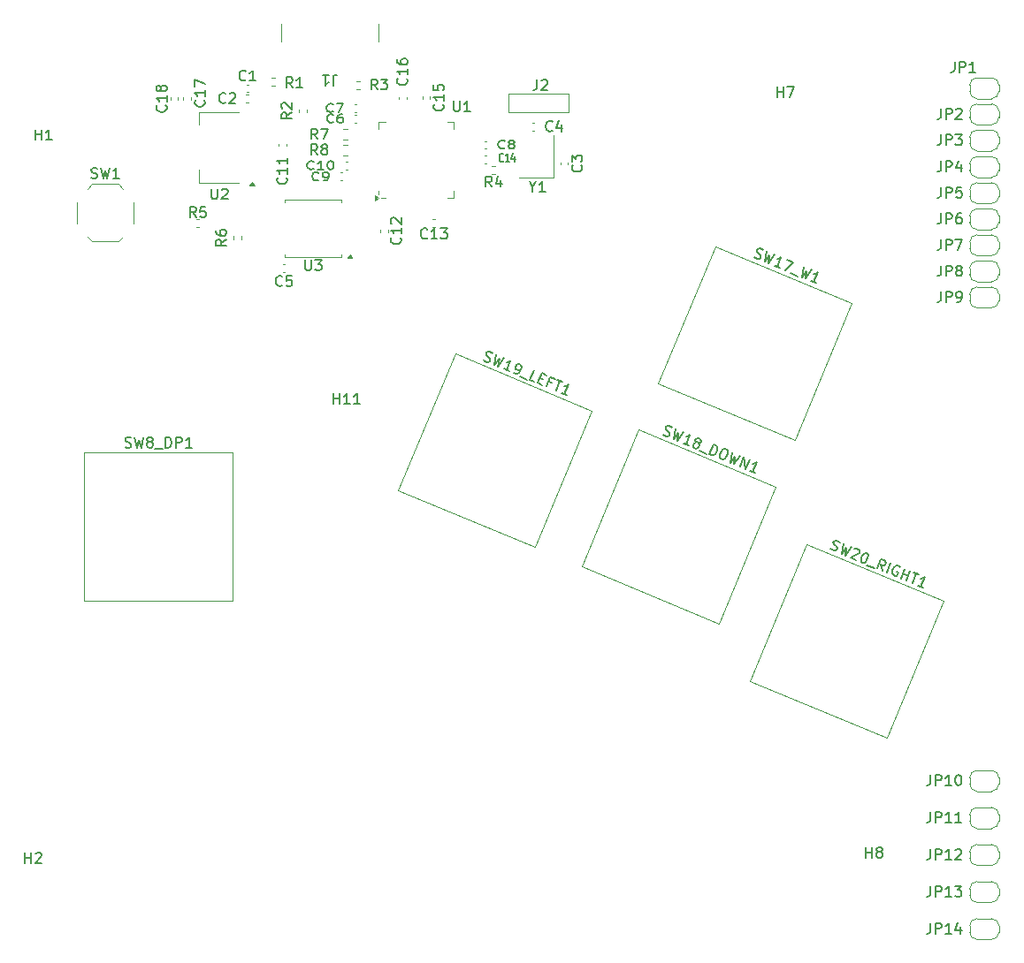
<source format=gbr>
%TF.GenerationSoftware,KiCad,Pcbnew,8.0.4*%
%TF.CreationDate,2024-07-23T17:45:02-07:00*%
%TF.ProjectId,2board_a,32626f61-7264-45f6-912e-6b696361645f,rev?*%
%TF.SameCoordinates,Original*%
%TF.FileFunction,Legend,Top*%
%TF.FilePolarity,Positive*%
%FSLAX46Y46*%
G04 Gerber Fmt 4.6, Leading zero omitted, Abs format (unit mm)*
G04 Created by KiCad (PCBNEW 8.0.4) date 2024-07-23 17:45:02*
%MOMM*%
%LPD*%
G01*
G04 APERTURE LIST*
%ADD10C,0.150000*%
%ADD11C,0.120000*%
G04 APERTURE END LIST*
D10*
X190920476Y-99364819D02*
X190920476Y-100079104D01*
X190920476Y-100079104D02*
X190872857Y-100221961D01*
X190872857Y-100221961D02*
X190777619Y-100317200D01*
X190777619Y-100317200D02*
X190634762Y-100364819D01*
X190634762Y-100364819D02*
X190539524Y-100364819D01*
X191396667Y-100364819D02*
X191396667Y-99364819D01*
X191396667Y-99364819D02*
X191777619Y-99364819D01*
X191777619Y-99364819D02*
X191872857Y-99412438D01*
X191872857Y-99412438D02*
X191920476Y-99460057D01*
X191920476Y-99460057D02*
X191968095Y-99555295D01*
X191968095Y-99555295D02*
X191968095Y-99698152D01*
X191968095Y-99698152D02*
X191920476Y-99793390D01*
X191920476Y-99793390D02*
X191872857Y-99841009D01*
X191872857Y-99841009D02*
X191777619Y-99888628D01*
X191777619Y-99888628D02*
X191396667Y-99888628D01*
X192920476Y-100364819D02*
X192349048Y-100364819D01*
X192634762Y-100364819D02*
X192634762Y-99364819D01*
X192634762Y-99364819D02*
X192539524Y-99507676D01*
X192539524Y-99507676D02*
X192444286Y-99602914D01*
X192444286Y-99602914D02*
X192349048Y-99650533D01*
X193872857Y-100364819D02*
X193301429Y-100364819D01*
X193587143Y-100364819D02*
X193587143Y-99364819D01*
X193587143Y-99364819D02*
X193491905Y-99507676D01*
X193491905Y-99507676D02*
X193396667Y-99602914D01*
X193396667Y-99602914D02*
X193301429Y-99650533D01*
X176238095Y-30854819D02*
X176238095Y-29854819D01*
X176238095Y-30331009D02*
X176809523Y-30331009D01*
X176809523Y-30854819D02*
X176809523Y-29854819D01*
X177190476Y-29854819D02*
X177857142Y-29854819D01*
X177857142Y-29854819D02*
X177428571Y-30854819D01*
X157481580Y-37374666D02*
X157529200Y-37422285D01*
X157529200Y-37422285D02*
X157576819Y-37565142D01*
X157576819Y-37565142D02*
X157576819Y-37660380D01*
X157576819Y-37660380D02*
X157529200Y-37803237D01*
X157529200Y-37803237D02*
X157433961Y-37898475D01*
X157433961Y-37898475D02*
X157338723Y-37946094D01*
X157338723Y-37946094D02*
X157148247Y-37993713D01*
X157148247Y-37993713D02*
X157005390Y-37993713D01*
X157005390Y-37993713D02*
X156814914Y-37946094D01*
X156814914Y-37946094D02*
X156719676Y-37898475D01*
X156719676Y-37898475D02*
X156624438Y-37803237D01*
X156624438Y-37803237D02*
X156576819Y-37660380D01*
X156576819Y-37660380D02*
X156576819Y-37565142D01*
X156576819Y-37565142D02*
X156624438Y-37422285D01*
X156624438Y-37422285D02*
X156672057Y-37374666D01*
X156576819Y-37041332D02*
X156576819Y-36422285D01*
X156576819Y-36422285D02*
X156957771Y-36755618D01*
X156957771Y-36755618D02*
X156957771Y-36612761D01*
X156957771Y-36612761D02*
X157005390Y-36517523D01*
X157005390Y-36517523D02*
X157053009Y-36469904D01*
X157053009Y-36469904D02*
X157148247Y-36422285D01*
X157148247Y-36422285D02*
X157386342Y-36422285D01*
X157386342Y-36422285D02*
X157481580Y-36469904D01*
X157481580Y-36469904D02*
X157529200Y-36517523D01*
X157529200Y-36517523D02*
X157576819Y-36612761D01*
X157576819Y-36612761D02*
X157576819Y-36898475D01*
X157576819Y-36898475D02*
X157529200Y-36993713D01*
X157529200Y-36993713D02*
X157481580Y-37041332D01*
X190920476Y-110014819D02*
X190920476Y-110729104D01*
X190920476Y-110729104D02*
X190872857Y-110871961D01*
X190872857Y-110871961D02*
X190777619Y-110967200D01*
X190777619Y-110967200D02*
X190634762Y-111014819D01*
X190634762Y-111014819D02*
X190539524Y-111014819D01*
X191396667Y-111014819D02*
X191396667Y-110014819D01*
X191396667Y-110014819D02*
X191777619Y-110014819D01*
X191777619Y-110014819D02*
X191872857Y-110062438D01*
X191872857Y-110062438D02*
X191920476Y-110110057D01*
X191920476Y-110110057D02*
X191968095Y-110205295D01*
X191968095Y-110205295D02*
X191968095Y-110348152D01*
X191968095Y-110348152D02*
X191920476Y-110443390D01*
X191920476Y-110443390D02*
X191872857Y-110491009D01*
X191872857Y-110491009D02*
X191777619Y-110538628D01*
X191777619Y-110538628D02*
X191396667Y-110538628D01*
X192920476Y-111014819D02*
X192349048Y-111014819D01*
X192634762Y-111014819D02*
X192634762Y-110014819D01*
X192634762Y-110014819D02*
X192539524Y-110157676D01*
X192539524Y-110157676D02*
X192444286Y-110252914D01*
X192444286Y-110252914D02*
X192349048Y-110300533D01*
X193777619Y-110348152D02*
X193777619Y-111014819D01*
X193539524Y-109967200D02*
X193301429Y-110681485D01*
X193301429Y-110681485D02*
X193920476Y-110681485D01*
X152835809Y-39472628D02*
X152835809Y-39948819D01*
X152502476Y-38948819D02*
X152835809Y-39472628D01*
X152835809Y-39472628D02*
X153169142Y-38948819D01*
X154026285Y-39948819D02*
X153454857Y-39948819D01*
X153740571Y-39948819D02*
X153740571Y-38948819D01*
X153740571Y-38948819D02*
X153645333Y-39091676D01*
X153645333Y-39091676D02*
X153550095Y-39186914D01*
X153550095Y-39186914D02*
X153454857Y-39234533D01*
X110571667Y-38587200D02*
X110714524Y-38634819D01*
X110714524Y-38634819D02*
X110952619Y-38634819D01*
X110952619Y-38634819D02*
X111047857Y-38587200D01*
X111047857Y-38587200D02*
X111095476Y-38539580D01*
X111095476Y-38539580D02*
X111143095Y-38444342D01*
X111143095Y-38444342D02*
X111143095Y-38349104D01*
X111143095Y-38349104D02*
X111095476Y-38253866D01*
X111095476Y-38253866D02*
X111047857Y-38206247D01*
X111047857Y-38206247D02*
X110952619Y-38158628D01*
X110952619Y-38158628D02*
X110762143Y-38111009D01*
X110762143Y-38111009D02*
X110666905Y-38063390D01*
X110666905Y-38063390D02*
X110619286Y-38015771D01*
X110619286Y-38015771D02*
X110571667Y-37920533D01*
X110571667Y-37920533D02*
X110571667Y-37825295D01*
X110571667Y-37825295D02*
X110619286Y-37730057D01*
X110619286Y-37730057D02*
X110666905Y-37682438D01*
X110666905Y-37682438D02*
X110762143Y-37634819D01*
X110762143Y-37634819D02*
X111000238Y-37634819D01*
X111000238Y-37634819D02*
X111143095Y-37682438D01*
X111476429Y-37634819D02*
X111714524Y-38634819D01*
X111714524Y-38634819D02*
X111905000Y-37920533D01*
X111905000Y-37920533D02*
X112095476Y-38634819D01*
X112095476Y-38634819D02*
X112333572Y-37634819D01*
X113238333Y-38634819D02*
X112666905Y-38634819D01*
X112952619Y-38634819D02*
X112952619Y-37634819D01*
X112952619Y-37634819D02*
X112857381Y-37777676D01*
X112857381Y-37777676D02*
X112762143Y-37872914D01*
X112762143Y-37872914D02*
X112666905Y-37920533D01*
X140149580Y-44322857D02*
X140197200Y-44370476D01*
X140197200Y-44370476D02*
X140244819Y-44513333D01*
X140244819Y-44513333D02*
X140244819Y-44608571D01*
X140244819Y-44608571D02*
X140197200Y-44751428D01*
X140197200Y-44751428D02*
X140101961Y-44846666D01*
X140101961Y-44846666D02*
X140006723Y-44894285D01*
X140006723Y-44894285D02*
X139816247Y-44941904D01*
X139816247Y-44941904D02*
X139673390Y-44941904D01*
X139673390Y-44941904D02*
X139482914Y-44894285D01*
X139482914Y-44894285D02*
X139387676Y-44846666D01*
X139387676Y-44846666D02*
X139292438Y-44751428D01*
X139292438Y-44751428D02*
X139244819Y-44608571D01*
X139244819Y-44608571D02*
X139244819Y-44513333D01*
X139244819Y-44513333D02*
X139292438Y-44370476D01*
X139292438Y-44370476D02*
X139340057Y-44322857D01*
X140244819Y-43370476D02*
X140244819Y-43941904D01*
X140244819Y-43656190D02*
X139244819Y-43656190D01*
X139244819Y-43656190D02*
X139387676Y-43751428D01*
X139387676Y-43751428D02*
X139482914Y-43846666D01*
X139482914Y-43846666D02*
X139530533Y-43941904D01*
X139340057Y-42989523D02*
X139292438Y-42941904D01*
X139292438Y-42941904D02*
X139244819Y-42846666D01*
X139244819Y-42846666D02*
X139244819Y-42608571D01*
X139244819Y-42608571D02*
X139292438Y-42513333D01*
X139292438Y-42513333D02*
X139340057Y-42465714D01*
X139340057Y-42465714D02*
X139435295Y-42418095D01*
X139435295Y-42418095D02*
X139530533Y-42418095D01*
X139530533Y-42418095D02*
X139673390Y-42465714D01*
X139673390Y-42465714D02*
X140244819Y-43037142D01*
X140244819Y-43037142D02*
X140244819Y-42418095D01*
X129776819Y-32344666D02*
X129300628Y-32677999D01*
X129776819Y-32916094D02*
X128776819Y-32916094D01*
X128776819Y-32916094D02*
X128776819Y-32535142D01*
X128776819Y-32535142D02*
X128824438Y-32439904D01*
X128824438Y-32439904D02*
X128872057Y-32392285D01*
X128872057Y-32392285D02*
X128967295Y-32344666D01*
X128967295Y-32344666D02*
X129110152Y-32344666D01*
X129110152Y-32344666D02*
X129205390Y-32392285D01*
X129205390Y-32392285D02*
X129253009Y-32439904D01*
X129253009Y-32439904D02*
X129300628Y-32535142D01*
X129300628Y-32535142D02*
X129300628Y-32916094D01*
X128872057Y-31963713D02*
X128824438Y-31916094D01*
X128824438Y-31916094D02*
X128776819Y-31820856D01*
X128776819Y-31820856D02*
X128776819Y-31582761D01*
X128776819Y-31582761D02*
X128824438Y-31487523D01*
X128824438Y-31487523D02*
X128872057Y-31439904D01*
X128872057Y-31439904D02*
X128967295Y-31392285D01*
X128967295Y-31392285D02*
X129062533Y-31392285D01*
X129062533Y-31392285D02*
X129205390Y-31439904D01*
X129205390Y-31439904D02*
X129776819Y-32011332D01*
X129776819Y-32011332D02*
X129776819Y-31392285D01*
X123428333Y-31359580D02*
X123380714Y-31407200D01*
X123380714Y-31407200D02*
X123237857Y-31454819D01*
X123237857Y-31454819D02*
X123142619Y-31454819D01*
X123142619Y-31454819D02*
X122999762Y-31407200D01*
X122999762Y-31407200D02*
X122904524Y-31311961D01*
X122904524Y-31311961D02*
X122856905Y-31216723D01*
X122856905Y-31216723D02*
X122809286Y-31026247D01*
X122809286Y-31026247D02*
X122809286Y-30883390D01*
X122809286Y-30883390D02*
X122856905Y-30692914D01*
X122856905Y-30692914D02*
X122904524Y-30597676D01*
X122904524Y-30597676D02*
X122999762Y-30502438D01*
X122999762Y-30502438D02*
X123142619Y-30454819D01*
X123142619Y-30454819D02*
X123237857Y-30454819D01*
X123237857Y-30454819D02*
X123380714Y-30502438D01*
X123380714Y-30502438D02*
X123428333Y-30550057D01*
X123809286Y-30550057D02*
X123856905Y-30502438D01*
X123856905Y-30502438D02*
X123952143Y-30454819D01*
X123952143Y-30454819D02*
X124190238Y-30454819D01*
X124190238Y-30454819D02*
X124285476Y-30502438D01*
X124285476Y-30502438D02*
X124333095Y-30550057D01*
X124333095Y-30550057D02*
X124380714Y-30645295D01*
X124380714Y-30645295D02*
X124380714Y-30740533D01*
X124380714Y-30740533D02*
X124333095Y-30883390D01*
X124333095Y-30883390D02*
X123761667Y-31454819D01*
X123761667Y-31454819D02*
X124380714Y-31454819D01*
X150153333Y-35716104D02*
X150105714Y-35754200D01*
X150105714Y-35754200D02*
X149962857Y-35792295D01*
X149962857Y-35792295D02*
X149867619Y-35792295D01*
X149867619Y-35792295D02*
X149724762Y-35754200D01*
X149724762Y-35754200D02*
X149629524Y-35678009D01*
X149629524Y-35678009D02*
X149581905Y-35601819D01*
X149581905Y-35601819D02*
X149534286Y-35449438D01*
X149534286Y-35449438D02*
X149534286Y-35335152D01*
X149534286Y-35335152D02*
X149581905Y-35182771D01*
X149581905Y-35182771D02*
X149629524Y-35106580D01*
X149629524Y-35106580D02*
X149724762Y-35030390D01*
X149724762Y-35030390D02*
X149867619Y-34992295D01*
X149867619Y-34992295D02*
X149962857Y-34992295D01*
X149962857Y-34992295D02*
X150105714Y-35030390D01*
X150105714Y-35030390D02*
X150153333Y-35068485D01*
X150724762Y-35335152D02*
X150629524Y-35297057D01*
X150629524Y-35297057D02*
X150581905Y-35258961D01*
X150581905Y-35258961D02*
X150534286Y-35182771D01*
X150534286Y-35182771D02*
X150534286Y-35144676D01*
X150534286Y-35144676D02*
X150581905Y-35068485D01*
X150581905Y-35068485D02*
X150629524Y-35030390D01*
X150629524Y-35030390D02*
X150724762Y-34992295D01*
X150724762Y-34992295D02*
X150915238Y-34992295D01*
X150915238Y-34992295D02*
X151010476Y-35030390D01*
X151010476Y-35030390D02*
X151058095Y-35068485D01*
X151058095Y-35068485D02*
X151105714Y-35144676D01*
X151105714Y-35144676D02*
X151105714Y-35182771D01*
X151105714Y-35182771D02*
X151058095Y-35258961D01*
X151058095Y-35258961D02*
X151010476Y-35297057D01*
X151010476Y-35297057D02*
X150915238Y-35335152D01*
X150915238Y-35335152D02*
X150724762Y-35335152D01*
X150724762Y-35335152D02*
X150629524Y-35373247D01*
X150629524Y-35373247D02*
X150581905Y-35411342D01*
X150581905Y-35411342D02*
X150534286Y-35487533D01*
X150534286Y-35487533D02*
X150534286Y-35639914D01*
X150534286Y-35639914D02*
X150581905Y-35716104D01*
X150581905Y-35716104D02*
X150629524Y-35754200D01*
X150629524Y-35754200D02*
X150724762Y-35792295D01*
X150724762Y-35792295D02*
X150915238Y-35792295D01*
X150915238Y-35792295D02*
X151010476Y-35754200D01*
X151010476Y-35754200D02*
X151058095Y-35716104D01*
X151058095Y-35716104D02*
X151105714Y-35639914D01*
X151105714Y-35639914D02*
X151105714Y-35487533D01*
X151105714Y-35487533D02*
X151058095Y-35411342D01*
X151058095Y-35411342D02*
X151010476Y-35373247D01*
X151010476Y-35373247D02*
X150915238Y-35335152D01*
X191926666Y-31944819D02*
X191926666Y-32659104D01*
X191926666Y-32659104D02*
X191879047Y-32801961D01*
X191879047Y-32801961D02*
X191783809Y-32897200D01*
X191783809Y-32897200D02*
X191640952Y-32944819D01*
X191640952Y-32944819D02*
X191545714Y-32944819D01*
X192402857Y-32944819D02*
X192402857Y-31944819D01*
X192402857Y-31944819D02*
X192783809Y-31944819D01*
X192783809Y-31944819D02*
X192879047Y-31992438D01*
X192879047Y-31992438D02*
X192926666Y-32040057D01*
X192926666Y-32040057D02*
X192974285Y-32135295D01*
X192974285Y-32135295D02*
X192974285Y-32278152D01*
X192974285Y-32278152D02*
X192926666Y-32373390D01*
X192926666Y-32373390D02*
X192879047Y-32421009D01*
X192879047Y-32421009D02*
X192783809Y-32468628D01*
X192783809Y-32468628D02*
X192402857Y-32468628D01*
X193355238Y-32040057D02*
X193402857Y-31992438D01*
X193402857Y-31992438D02*
X193498095Y-31944819D01*
X193498095Y-31944819D02*
X193736190Y-31944819D01*
X193736190Y-31944819D02*
X193831428Y-31992438D01*
X193831428Y-31992438D02*
X193879047Y-32040057D01*
X193879047Y-32040057D02*
X193926666Y-32135295D01*
X193926666Y-32135295D02*
X193926666Y-32230533D01*
X193926666Y-32230533D02*
X193879047Y-32373390D01*
X193879047Y-32373390D02*
X193307619Y-32944819D01*
X193307619Y-32944819D02*
X193926666Y-32944819D01*
X131048095Y-46458819D02*
X131048095Y-47268342D01*
X131048095Y-47268342D02*
X131095714Y-47363580D01*
X131095714Y-47363580D02*
X131143333Y-47411200D01*
X131143333Y-47411200D02*
X131238571Y-47458819D01*
X131238571Y-47458819D02*
X131429047Y-47458819D01*
X131429047Y-47458819D02*
X131524285Y-47411200D01*
X131524285Y-47411200D02*
X131571904Y-47363580D01*
X131571904Y-47363580D02*
X131619523Y-47268342D01*
X131619523Y-47268342D02*
X131619523Y-46458819D01*
X132000476Y-46458819D02*
X132619523Y-46458819D01*
X132619523Y-46458819D02*
X132286190Y-46839771D01*
X132286190Y-46839771D02*
X132429047Y-46839771D01*
X132429047Y-46839771D02*
X132524285Y-46887390D01*
X132524285Y-46887390D02*
X132571904Y-46935009D01*
X132571904Y-46935009D02*
X132619523Y-47030247D01*
X132619523Y-47030247D02*
X132619523Y-47268342D01*
X132619523Y-47268342D02*
X132571904Y-47363580D01*
X132571904Y-47363580D02*
X132524285Y-47411200D01*
X132524285Y-47411200D02*
X132429047Y-47458819D01*
X132429047Y-47458819D02*
X132143333Y-47458819D01*
X132143333Y-47458819D02*
X132048095Y-47411200D01*
X132048095Y-47411200D02*
X132000476Y-47363580D01*
X190920476Y-102914819D02*
X190920476Y-103629104D01*
X190920476Y-103629104D02*
X190872857Y-103771961D01*
X190872857Y-103771961D02*
X190777619Y-103867200D01*
X190777619Y-103867200D02*
X190634762Y-103914819D01*
X190634762Y-103914819D02*
X190539524Y-103914819D01*
X191396667Y-103914819D02*
X191396667Y-102914819D01*
X191396667Y-102914819D02*
X191777619Y-102914819D01*
X191777619Y-102914819D02*
X191872857Y-102962438D01*
X191872857Y-102962438D02*
X191920476Y-103010057D01*
X191920476Y-103010057D02*
X191968095Y-103105295D01*
X191968095Y-103105295D02*
X191968095Y-103248152D01*
X191968095Y-103248152D02*
X191920476Y-103343390D01*
X191920476Y-103343390D02*
X191872857Y-103391009D01*
X191872857Y-103391009D02*
X191777619Y-103438628D01*
X191777619Y-103438628D02*
X191396667Y-103438628D01*
X192920476Y-103914819D02*
X192349048Y-103914819D01*
X192634762Y-103914819D02*
X192634762Y-102914819D01*
X192634762Y-102914819D02*
X192539524Y-103057676D01*
X192539524Y-103057676D02*
X192444286Y-103152914D01*
X192444286Y-103152914D02*
X192349048Y-103200533D01*
X193301429Y-103010057D02*
X193349048Y-102962438D01*
X193349048Y-102962438D02*
X193444286Y-102914819D01*
X193444286Y-102914819D02*
X193682381Y-102914819D01*
X193682381Y-102914819D02*
X193777619Y-102962438D01*
X193777619Y-102962438D02*
X193825238Y-103010057D01*
X193825238Y-103010057D02*
X193872857Y-103105295D01*
X193872857Y-103105295D02*
X193872857Y-103200533D01*
X193872857Y-103200533D02*
X193825238Y-103343390D01*
X193825238Y-103343390D02*
X193253810Y-103914819D01*
X193253810Y-103914819D02*
X193872857Y-103914819D01*
X131855892Y-37714104D02*
X131808273Y-37752200D01*
X131808273Y-37752200D02*
X131665416Y-37790295D01*
X131665416Y-37790295D02*
X131570178Y-37790295D01*
X131570178Y-37790295D02*
X131427321Y-37752200D01*
X131427321Y-37752200D02*
X131332083Y-37676009D01*
X131332083Y-37676009D02*
X131284464Y-37599819D01*
X131284464Y-37599819D02*
X131236845Y-37447438D01*
X131236845Y-37447438D02*
X131236845Y-37333152D01*
X131236845Y-37333152D02*
X131284464Y-37180771D01*
X131284464Y-37180771D02*
X131332083Y-37104580D01*
X131332083Y-37104580D02*
X131427321Y-37028390D01*
X131427321Y-37028390D02*
X131570178Y-36990295D01*
X131570178Y-36990295D02*
X131665416Y-36990295D01*
X131665416Y-36990295D02*
X131808273Y-37028390D01*
X131808273Y-37028390D02*
X131855892Y-37066485D01*
X132808273Y-37790295D02*
X132236845Y-37790295D01*
X132522559Y-37790295D02*
X132522559Y-36990295D01*
X132522559Y-36990295D02*
X132427321Y-37104580D01*
X132427321Y-37104580D02*
X132332083Y-37180771D01*
X132332083Y-37180771D02*
X132236845Y-37218866D01*
X133427321Y-36990295D02*
X133522559Y-36990295D01*
X133522559Y-36990295D02*
X133617797Y-37028390D01*
X133617797Y-37028390D02*
X133665416Y-37066485D01*
X133665416Y-37066485D02*
X133713035Y-37142676D01*
X133713035Y-37142676D02*
X133760654Y-37295057D01*
X133760654Y-37295057D02*
X133760654Y-37485533D01*
X133760654Y-37485533D02*
X133713035Y-37637914D01*
X133713035Y-37637914D02*
X133665416Y-37714104D01*
X133665416Y-37714104D02*
X133617797Y-37752200D01*
X133617797Y-37752200D02*
X133522559Y-37790295D01*
X133522559Y-37790295D02*
X133427321Y-37790295D01*
X133427321Y-37790295D02*
X133332083Y-37752200D01*
X133332083Y-37752200D02*
X133284464Y-37714104D01*
X133284464Y-37714104D02*
X133236845Y-37637914D01*
X133236845Y-37637914D02*
X133189226Y-37485533D01*
X133189226Y-37485533D02*
X133189226Y-37295057D01*
X133189226Y-37295057D02*
X133236845Y-37142676D01*
X133236845Y-37142676D02*
X133284464Y-37066485D01*
X133284464Y-37066485D02*
X133332083Y-37028390D01*
X133332083Y-37028390D02*
X133427321Y-36990295D01*
X129239580Y-38572857D02*
X129287200Y-38620476D01*
X129287200Y-38620476D02*
X129334819Y-38763333D01*
X129334819Y-38763333D02*
X129334819Y-38858571D01*
X129334819Y-38858571D02*
X129287200Y-39001428D01*
X129287200Y-39001428D02*
X129191961Y-39096666D01*
X129191961Y-39096666D02*
X129096723Y-39144285D01*
X129096723Y-39144285D02*
X128906247Y-39191904D01*
X128906247Y-39191904D02*
X128763390Y-39191904D01*
X128763390Y-39191904D02*
X128572914Y-39144285D01*
X128572914Y-39144285D02*
X128477676Y-39096666D01*
X128477676Y-39096666D02*
X128382438Y-39001428D01*
X128382438Y-39001428D02*
X128334819Y-38858571D01*
X128334819Y-38858571D02*
X128334819Y-38763333D01*
X128334819Y-38763333D02*
X128382438Y-38620476D01*
X128382438Y-38620476D02*
X128430057Y-38572857D01*
X129334819Y-37620476D02*
X129334819Y-38191904D01*
X129334819Y-37906190D02*
X128334819Y-37906190D01*
X128334819Y-37906190D02*
X128477676Y-38001428D01*
X128477676Y-38001428D02*
X128572914Y-38096666D01*
X128572914Y-38096666D02*
X128620533Y-38191904D01*
X129334819Y-36668095D02*
X129334819Y-37239523D01*
X129334819Y-36953809D02*
X128334819Y-36953809D01*
X128334819Y-36953809D02*
X128477676Y-37049047D01*
X128477676Y-37049047D02*
X128572914Y-37144285D01*
X128572914Y-37144285D02*
X128620533Y-37239523D01*
X191926666Y-34444819D02*
X191926666Y-35159104D01*
X191926666Y-35159104D02*
X191879047Y-35301961D01*
X191879047Y-35301961D02*
X191783809Y-35397200D01*
X191783809Y-35397200D02*
X191640952Y-35444819D01*
X191640952Y-35444819D02*
X191545714Y-35444819D01*
X192402857Y-35444819D02*
X192402857Y-34444819D01*
X192402857Y-34444819D02*
X192783809Y-34444819D01*
X192783809Y-34444819D02*
X192879047Y-34492438D01*
X192879047Y-34492438D02*
X192926666Y-34540057D01*
X192926666Y-34540057D02*
X192974285Y-34635295D01*
X192974285Y-34635295D02*
X192974285Y-34778152D01*
X192974285Y-34778152D02*
X192926666Y-34873390D01*
X192926666Y-34873390D02*
X192879047Y-34921009D01*
X192879047Y-34921009D02*
X192783809Y-34968628D01*
X192783809Y-34968628D02*
X192402857Y-34968628D01*
X193307619Y-34444819D02*
X193926666Y-34444819D01*
X193926666Y-34444819D02*
X193593333Y-34825771D01*
X193593333Y-34825771D02*
X193736190Y-34825771D01*
X193736190Y-34825771D02*
X193831428Y-34873390D01*
X193831428Y-34873390D02*
X193879047Y-34921009D01*
X193879047Y-34921009D02*
X193926666Y-35016247D01*
X193926666Y-35016247D02*
X193926666Y-35254342D01*
X193926666Y-35254342D02*
X193879047Y-35349580D01*
X193879047Y-35349580D02*
X193831428Y-35397200D01*
X193831428Y-35397200D02*
X193736190Y-35444819D01*
X193736190Y-35444819D02*
X193450476Y-35444819D01*
X193450476Y-35444819D02*
X193355238Y-35397200D01*
X193355238Y-35397200D02*
X193307619Y-35349580D01*
X113809524Y-64398896D02*
X113952381Y-64446515D01*
X113952381Y-64446515D02*
X114190476Y-64446515D01*
X114190476Y-64446515D02*
X114285714Y-64398896D01*
X114285714Y-64398896D02*
X114333333Y-64351276D01*
X114333333Y-64351276D02*
X114380952Y-64256038D01*
X114380952Y-64256038D02*
X114380952Y-64160800D01*
X114380952Y-64160800D02*
X114333333Y-64065562D01*
X114333333Y-64065562D02*
X114285714Y-64017943D01*
X114285714Y-64017943D02*
X114190476Y-63970324D01*
X114190476Y-63970324D02*
X114000000Y-63922705D01*
X114000000Y-63922705D02*
X113904762Y-63875086D01*
X113904762Y-63875086D02*
X113857143Y-63827467D01*
X113857143Y-63827467D02*
X113809524Y-63732229D01*
X113809524Y-63732229D02*
X113809524Y-63636991D01*
X113809524Y-63636991D02*
X113857143Y-63541753D01*
X113857143Y-63541753D02*
X113904762Y-63494134D01*
X113904762Y-63494134D02*
X114000000Y-63446515D01*
X114000000Y-63446515D02*
X114238095Y-63446515D01*
X114238095Y-63446515D02*
X114380952Y-63494134D01*
X114714286Y-63446515D02*
X114952381Y-64446515D01*
X114952381Y-64446515D02*
X115142857Y-63732229D01*
X115142857Y-63732229D02*
X115333333Y-64446515D01*
X115333333Y-64446515D02*
X115571429Y-63446515D01*
X116095238Y-63875086D02*
X116000000Y-63827467D01*
X116000000Y-63827467D02*
X115952381Y-63779848D01*
X115952381Y-63779848D02*
X115904762Y-63684610D01*
X115904762Y-63684610D02*
X115904762Y-63636991D01*
X115904762Y-63636991D02*
X115952381Y-63541753D01*
X115952381Y-63541753D02*
X116000000Y-63494134D01*
X116000000Y-63494134D02*
X116095238Y-63446515D01*
X116095238Y-63446515D02*
X116285714Y-63446515D01*
X116285714Y-63446515D02*
X116380952Y-63494134D01*
X116380952Y-63494134D02*
X116428571Y-63541753D01*
X116428571Y-63541753D02*
X116476190Y-63636991D01*
X116476190Y-63636991D02*
X116476190Y-63684610D01*
X116476190Y-63684610D02*
X116428571Y-63779848D01*
X116428571Y-63779848D02*
X116380952Y-63827467D01*
X116380952Y-63827467D02*
X116285714Y-63875086D01*
X116285714Y-63875086D02*
X116095238Y-63875086D01*
X116095238Y-63875086D02*
X116000000Y-63922705D01*
X116000000Y-63922705D02*
X115952381Y-63970324D01*
X115952381Y-63970324D02*
X115904762Y-64065562D01*
X115904762Y-64065562D02*
X115904762Y-64256038D01*
X115904762Y-64256038D02*
X115952381Y-64351276D01*
X115952381Y-64351276D02*
X116000000Y-64398896D01*
X116000000Y-64398896D02*
X116095238Y-64446515D01*
X116095238Y-64446515D02*
X116285714Y-64446515D01*
X116285714Y-64446515D02*
X116380952Y-64398896D01*
X116380952Y-64398896D02*
X116428571Y-64351276D01*
X116428571Y-64351276D02*
X116476190Y-64256038D01*
X116476190Y-64256038D02*
X116476190Y-64065562D01*
X116476190Y-64065562D02*
X116428571Y-63970324D01*
X116428571Y-63970324D02*
X116380952Y-63922705D01*
X116380952Y-63922705D02*
X116285714Y-63875086D01*
X116666667Y-64541753D02*
X117428571Y-64541753D01*
X117666667Y-64446515D02*
X117666667Y-63446515D01*
X117666667Y-63446515D02*
X117904762Y-63446515D01*
X117904762Y-63446515D02*
X118047619Y-63494134D01*
X118047619Y-63494134D02*
X118142857Y-63589372D01*
X118142857Y-63589372D02*
X118190476Y-63684610D01*
X118190476Y-63684610D02*
X118238095Y-63875086D01*
X118238095Y-63875086D02*
X118238095Y-64017943D01*
X118238095Y-64017943D02*
X118190476Y-64208419D01*
X118190476Y-64208419D02*
X118142857Y-64303657D01*
X118142857Y-64303657D02*
X118047619Y-64398896D01*
X118047619Y-64398896D02*
X117904762Y-64446515D01*
X117904762Y-64446515D02*
X117666667Y-64446515D01*
X118666667Y-64446515D02*
X118666667Y-63446515D01*
X118666667Y-63446515D02*
X119047619Y-63446515D01*
X119047619Y-63446515D02*
X119142857Y-63494134D01*
X119142857Y-63494134D02*
X119190476Y-63541753D01*
X119190476Y-63541753D02*
X119238095Y-63636991D01*
X119238095Y-63636991D02*
X119238095Y-63779848D01*
X119238095Y-63779848D02*
X119190476Y-63875086D01*
X119190476Y-63875086D02*
X119142857Y-63922705D01*
X119142857Y-63922705D02*
X119047619Y-63970324D01*
X119047619Y-63970324D02*
X118666667Y-63970324D01*
X120190476Y-64446515D02*
X119619048Y-64446515D01*
X119904762Y-64446515D02*
X119904762Y-63446515D01*
X119904762Y-63446515D02*
X119809524Y-63589372D01*
X119809524Y-63589372D02*
X119714286Y-63684610D01*
X119714286Y-63684610D02*
X119619048Y-63732229D01*
X184738095Y-103754819D02*
X184738095Y-102754819D01*
X184738095Y-103231009D02*
X185309523Y-103231009D01*
X185309523Y-103754819D02*
X185309523Y-102754819D01*
X185928571Y-103183390D02*
X185833333Y-103135771D01*
X185833333Y-103135771D02*
X185785714Y-103088152D01*
X185785714Y-103088152D02*
X185738095Y-102992914D01*
X185738095Y-102992914D02*
X185738095Y-102945295D01*
X185738095Y-102945295D02*
X185785714Y-102850057D01*
X185785714Y-102850057D02*
X185833333Y-102802438D01*
X185833333Y-102802438D02*
X185928571Y-102754819D01*
X185928571Y-102754819D02*
X186119047Y-102754819D01*
X186119047Y-102754819D02*
X186214285Y-102802438D01*
X186214285Y-102802438D02*
X186261904Y-102850057D01*
X186261904Y-102850057D02*
X186309523Y-102945295D01*
X186309523Y-102945295D02*
X186309523Y-102992914D01*
X186309523Y-102992914D02*
X186261904Y-103088152D01*
X186261904Y-103088152D02*
X186214285Y-103135771D01*
X186214285Y-103135771D02*
X186119047Y-103183390D01*
X186119047Y-103183390D02*
X185928571Y-103183390D01*
X185928571Y-103183390D02*
X185833333Y-103231009D01*
X185833333Y-103231009D02*
X185785714Y-103278628D01*
X185785714Y-103278628D02*
X185738095Y-103373866D01*
X185738095Y-103373866D02*
X185738095Y-103564342D01*
X185738095Y-103564342D02*
X185785714Y-103659580D01*
X185785714Y-103659580D02*
X185833333Y-103707200D01*
X185833333Y-103707200D02*
X185928571Y-103754819D01*
X185928571Y-103754819D02*
X186119047Y-103754819D01*
X186119047Y-103754819D02*
X186214285Y-103707200D01*
X186214285Y-103707200D02*
X186261904Y-103659580D01*
X186261904Y-103659580D02*
X186309523Y-103564342D01*
X186309523Y-103564342D02*
X186309523Y-103373866D01*
X186309523Y-103373866D02*
X186261904Y-103278628D01*
X186261904Y-103278628D02*
X186214285Y-103231009D01*
X186214285Y-103231009D02*
X186119047Y-103183390D01*
X133713333Y-32216104D02*
X133665714Y-32254200D01*
X133665714Y-32254200D02*
X133522857Y-32292295D01*
X133522857Y-32292295D02*
X133427619Y-32292295D01*
X133427619Y-32292295D02*
X133284762Y-32254200D01*
X133284762Y-32254200D02*
X133189524Y-32178009D01*
X133189524Y-32178009D02*
X133141905Y-32101819D01*
X133141905Y-32101819D02*
X133094286Y-31949438D01*
X133094286Y-31949438D02*
X133094286Y-31835152D01*
X133094286Y-31835152D02*
X133141905Y-31682771D01*
X133141905Y-31682771D02*
X133189524Y-31606580D01*
X133189524Y-31606580D02*
X133284762Y-31530390D01*
X133284762Y-31530390D02*
X133427619Y-31492295D01*
X133427619Y-31492295D02*
X133522857Y-31492295D01*
X133522857Y-31492295D02*
X133665714Y-31530390D01*
X133665714Y-31530390D02*
X133713333Y-31568485D01*
X134046667Y-31492295D02*
X134713333Y-31492295D01*
X134713333Y-31492295D02*
X134284762Y-32292295D01*
X181366160Y-74144642D02*
X181479920Y-74243305D01*
X181479920Y-74243305D02*
X181699891Y-74334421D01*
X181699891Y-74334421D02*
X181806103Y-74326872D01*
X181806103Y-74326872D02*
X181868320Y-74301101D01*
X181868320Y-74301101D02*
X181948760Y-74231336D01*
X181948760Y-74231336D02*
X181985206Y-74143347D01*
X181985206Y-74143347D02*
X181977658Y-74037136D01*
X181977658Y-74037136D02*
X181951887Y-73974918D01*
X181951887Y-73974918D02*
X181882121Y-73894478D01*
X181882121Y-73894478D02*
X181724367Y-73777592D01*
X181724367Y-73777592D02*
X181654602Y-73697151D01*
X181654602Y-73697151D02*
X181628831Y-73634934D01*
X181628831Y-73634934D02*
X181621282Y-73528722D01*
X181621282Y-73528722D02*
X181657729Y-73440734D01*
X181657729Y-73440734D02*
X181738169Y-73370968D01*
X181738169Y-73370968D02*
X181800386Y-73345197D01*
X181800386Y-73345197D02*
X181906598Y-73337649D01*
X181906598Y-73337649D02*
X182126569Y-73428764D01*
X182126569Y-73428764D02*
X182240329Y-73527427D01*
X182566512Y-73610994D02*
X182403800Y-74625989D01*
X182403800Y-74625989D02*
X182853122Y-74038967D01*
X182853122Y-74038967D02*
X182755754Y-74771773D01*
X182755754Y-74771773D02*
X183358408Y-73939009D01*
X183629922Y-74154558D02*
X183692139Y-74128787D01*
X183692139Y-74128787D02*
X183798351Y-74121239D01*
X183798351Y-74121239D02*
X184018322Y-74212354D01*
X184018322Y-74212354D02*
X184088088Y-74292794D01*
X184088088Y-74292794D02*
X184113859Y-74355012D01*
X184113859Y-74355012D02*
X184121407Y-74461223D01*
X184121407Y-74461223D02*
X184084961Y-74549212D01*
X184084961Y-74549212D02*
X183986298Y-74662971D01*
X183986298Y-74662971D02*
X183239690Y-74972226D01*
X183239690Y-74972226D02*
X183811616Y-75209126D01*
X184766225Y-74522145D02*
X184854213Y-74558591D01*
X184854213Y-74558591D02*
X184923979Y-74639032D01*
X184923979Y-74639032D02*
X184949750Y-74701249D01*
X184949750Y-74701249D02*
X184957298Y-74807460D01*
X184957298Y-74807460D02*
X184928400Y-75001661D01*
X184928400Y-75001661D02*
X184837285Y-75221632D01*
X184837285Y-75221632D02*
X184720399Y-75379386D01*
X184720399Y-75379386D02*
X184639959Y-75449151D01*
X184639959Y-75449151D02*
X184577741Y-75474923D01*
X184577741Y-75474923D02*
X184471530Y-75482471D01*
X184471530Y-75482471D02*
X184383541Y-75446025D01*
X184383541Y-75446025D02*
X184313776Y-75365585D01*
X184313776Y-75365585D02*
X184288005Y-75303367D01*
X184288005Y-75303367D02*
X184280456Y-75197156D01*
X184280456Y-75197156D02*
X184309354Y-75002956D01*
X184309354Y-75002956D02*
X184400469Y-74782984D01*
X184400469Y-74782984D02*
X184517356Y-74625230D01*
X184517356Y-74625230D02*
X184597796Y-74555465D01*
X184597796Y-74555465D02*
X184660013Y-74529694D01*
X184660013Y-74529694D02*
X184766225Y-74522145D01*
X184831032Y-75734467D02*
X185534940Y-76026035D01*
X186319289Y-76247838D02*
X186193560Y-75680334D01*
X185791358Y-76029162D02*
X186174041Y-75105282D01*
X186174041Y-75105282D02*
X186525996Y-75251066D01*
X186525996Y-75251066D02*
X186595761Y-75331507D01*
X186595761Y-75331507D02*
X186621532Y-75393724D01*
X186621532Y-75393724D02*
X186629081Y-75499935D01*
X186629081Y-75499935D02*
X186574411Y-75631918D01*
X186574411Y-75631918D02*
X186493971Y-75701684D01*
X186493971Y-75701684D02*
X186431754Y-75727455D01*
X186431754Y-75727455D02*
X186325542Y-75735003D01*
X186325542Y-75735003D02*
X185973588Y-75589219D01*
X186715238Y-76411845D02*
X187097921Y-75487966D01*
X188003577Y-75914643D02*
X187933812Y-75834203D01*
X187933812Y-75834203D02*
X187801829Y-75779534D01*
X187801829Y-75779534D02*
X187651623Y-75768859D01*
X187651623Y-75768859D02*
X187527188Y-75820401D01*
X187527188Y-75820401D02*
X187446748Y-75890167D01*
X187446748Y-75890167D02*
X187329862Y-76047921D01*
X187329862Y-76047921D02*
X187275193Y-76179904D01*
X187275193Y-76179904D02*
X187246295Y-76374104D01*
X187246295Y-76374104D02*
X187253843Y-76480315D01*
X187253843Y-76480315D02*
X187305386Y-76604750D01*
X187305386Y-76604750D02*
X187419145Y-76703413D01*
X187419145Y-76703413D02*
X187507134Y-76739859D01*
X187507134Y-76739859D02*
X187657340Y-76750534D01*
X187657340Y-76750534D02*
X187719557Y-76724763D01*
X187719557Y-76724763D02*
X187847118Y-76416803D01*
X187847118Y-76416803D02*
X187671141Y-76343911D01*
X188079059Y-76976758D02*
X188461743Y-76052879D01*
X188279512Y-76492822D02*
X188807444Y-76711498D01*
X188606990Y-77195435D02*
X188989674Y-76271555D01*
X189297634Y-76399116D02*
X189825565Y-76617793D01*
X189178916Y-77432334D02*
X189561599Y-76508454D01*
X190234778Y-77869687D02*
X189706847Y-77651010D01*
X189970813Y-77760348D02*
X190353496Y-76836469D01*
X190353496Y-76836469D02*
X190210839Y-76932006D01*
X190210839Y-76932006D02*
X190086404Y-76983548D01*
X190086404Y-76983548D02*
X189980192Y-76991096D01*
X120594333Y-42374819D02*
X120261000Y-41898628D01*
X120022905Y-42374819D02*
X120022905Y-41374819D01*
X120022905Y-41374819D02*
X120403857Y-41374819D01*
X120403857Y-41374819D02*
X120499095Y-41422438D01*
X120499095Y-41422438D02*
X120546714Y-41470057D01*
X120546714Y-41470057D02*
X120594333Y-41565295D01*
X120594333Y-41565295D02*
X120594333Y-41708152D01*
X120594333Y-41708152D02*
X120546714Y-41803390D01*
X120546714Y-41803390D02*
X120499095Y-41851009D01*
X120499095Y-41851009D02*
X120403857Y-41898628D01*
X120403857Y-41898628D02*
X120022905Y-41898628D01*
X121499095Y-41374819D02*
X121022905Y-41374819D01*
X121022905Y-41374819D02*
X120975286Y-41851009D01*
X120975286Y-41851009D02*
X121022905Y-41803390D01*
X121022905Y-41803390D02*
X121118143Y-41755771D01*
X121118143Y-41755771D02*
X121356238Y-41755771D01*
X121356238Y-41755771D02*
X121451476Y-41803390D01*
X121451476Y-41803390D02*
X121499095Y-41851009D01*
X121499095Y-41851009D02*
X121546714Y-41946247D01*
X121546714Y-41946247D02*
X121546714Y-42184342D01*
X121546714Y-42184342D02*
X121499095Y-42279580D01*
X121499095Y-42279580D02*
X121451476Y-42327200D01*
X121451476Y-42327200D02*
X121356238Y-42374819D01*
X121356238Y-42374819D02*
X121118143Y-42374819D01*
X121118143Y-42374819D02*
X121022905Y-42327200D01*
X121022905Y-42327200D02*
X120975286Y-42279580D01*
X149994285Y-36966104D02*
X149965713Y-37004200D01*
X149965713Y-37004200D02*
X149879999Y-37042295D01*
X149879999Y-37042295D02*
X149822856Y-37042295D01*
X149822856Y-37042295D02*
X149737142Y-37004200D01*
X149737142Y-37004200D02*
X149679999Y-36928009D01*
X149679999Y-36928009D02*
X149651428Y-36851819D01*
X149651428Y-36851819D02*
X149622856Y-36699438D01*
X149622856Y-36699438D02*
X149622856Y-36585152D01*
X149622856Y-36585152D02*
X149651428Y-36432771D01*
X149651428Y-36432771D02*
X149679999Y-36356580D01*
X149679999Y-36356580D02*
X149737142Y-36280390D01*
X149737142Y-36280390D02*
X149822856Y-36242295D01*
X149822856Y-36242295D02*
X149879999Y-36242295D01*
X149879999Y-36242295D02*
X149965713Y-36280390D01*
X149965713Y-36280390D02*
X149994285Y-36318485D01*
X150565713Y-37042295D02*
X150222856Y-37042295D01*
X150394285Y-37042295D02*
X150394285Y-36242295D01*
X150394285Y-36242295D02*
X150337142Y-36356580D01*
X150337142Y-36356580D02*
X150279999Y-36432771D01*
X150279999Y-36432771D02*
X150222856Y-36470866D01*
X151080000Y-36508961D02*
X151080000Y-37042295D01*
X150937142Y-36204200D02*
X150794285Y-36775628D01*
X150794285Y-36775628D02*
X151165714Y-36775628D01*
X191926666Y-46994819D02*
X191926666Y-47709104D01*
X191926666Y-47709104D02*
X191879047Y-47851961D01*
X191879047Y-47851961D02*
X191783809Y-47947200D01*
X191783809Y-47947200D02*
X191640952Y-47994819D01*
X191640952Y-47994819D02*
X191545714Y-47994819D01*
X192402857Y-47994819D02*
X192402857Y-46994819D01*
X192402857Y-46994819D02*
X192783809Y-46994819D01*
X192783809Y-46994819D02*
X192879047Y-47042438D01*
X192879047Y-47042438D02*
X192926666Y-47090057D01*
X192926666Y-47090057D02*
X192974285Y-47185295D01*
X192974285Y-47185295D02*
X192974285Y-47328152D01*
X192974285Y-47328152D02*
X192926666Y-47423390D01*
X192926666Y-47423390D02*
X192879047Y-47471009D01*
X192879047Y-47471009D02*
X192783809Y-47518628D01*
X192783809Y-47518628D02*
X192402857Y-47518628D01*
X193545714Y-47423390D02*
X193450476Y-47375771D01*
X193450476Y-47375771D02*
X193402857Y-47328152D01*
X193402857Y-47328152D02*
X193355238Y-47232914D01*
X193355238Y-47232914D02*
X193355238Y-47185295D01*
X193355238Y-47185295D02*
X193402857Y-47090057D01*
X193402857Y-47090057D02*
X193450476Y-47042438D01*
X193450476Y-47042438D02*
X193545714Y-46994819D01*
X193545714Y-46994819D02*
X193736190Y-46994819D01*
X193736190Y-46994819D02*
X193831428Y-47042438D01*
X193831428Y-47042438D02*
X193879047Y-47090057D01*
X193879047Y-47090057D02*
X193926666Y-47185295D01*
X193926666Y-47185295D02*
X193926666Y-47232914D01*
X193926666Y-47232914D02*
X193879047Y-47328152D01*
X193879047Y-47328152D02*
X193831428Y-47375771D01*
X193831428Y-47375771D02*
X193736190Y-47423390D01*
X193736190Y-47423390D02*
X193545714Y-47423390D01*
X193545714Y-47423390D02*
X193450476Y-47471009D01*
X193450476Y-47471009D02*
X193402857Y-47518628D01*
X193402857Y-47518628D02*
X193355238Y-47613866D01*
X193355238Y-47613866D02*
X193355238Y-47804342D01*
X193355238Y-47804342D02*
X193402857Y-47899580D01*
X193402857Y-47899580D02*
X193450476Y-47947200D01*
X193450476Y-47947200D02*
X193545714Y-47994819D01*
X193545714Y-47994819D02*
X193736190Y-47994819D01*
X193736190Y-47994819D02*
X193831428Y-47947200D01*
X193831428Y-47947200D02*
X193879047Y-47899580D01*
X193879047Y-47899580D02*
X193926666Y-47804342D01*
X193926666Y-47804342D02*
X193926666Y-47613866D01*
X193926666Y-47613866D02*
X193879047Y-47518628D01*
X193879047Y-47518628D02*
X193831428Y-47471009D01*
X193831428Y-47471009D02*
X193736190Y-47423390D01*
X129833333Y-29954819D02*
X129500000Y-29478628D01*
X129261905Y-29954819D02*
X129261905Y-28954819D01*
X129261905Y-28954819D02*
X129642857Y-28954819D01*
X129642857Y-28954819D02*
X129738095Y-29002438D01*
X129738095Y-29002438D02*
X129785714Y-29050057D01*
X129785714Y-29050057D02*
X129833333Y-29145295D01*
X129833333Y-29145295D02*
X129833333Y-29288152D01*
X129833333Y-29288152D02*
X129785714Y-29383390D01*
X129785714Y-29383390D02*
X129738095Y-29431009D01*
X129738095Y-29431009D02*
X129642857Y-29478628D01*
X129642857Y-29478628D02*
X129261905Y-29478628D01*
X130785714Y-29954819D02*
X130214286Y-29954819D01*
X130500000Y-29954819D02*
X130500000Y-28954819D01*
X130500000Y-28954819D02*
X130404762Y-29097676D01*
X130404762Y-29097676D02*
X130309524Y-29192914D01*
X130309524Y-29192914D02*
X130214286Y-29240533D01*
X148137026Y-56051115D02*
X148250786Y-56149779D01*
X148250786Y-56149779D02*
X148470757Y-56240894D01*
X148470757Y-56240894D02*
X148576969Y-56233345D01*
X148576969Y-56233345D02*
X148639186Y-56207574D01*
X148639186Y-56207574D02*
X148719627Y-56137809D01*
X148719627Y-56137809D02*
X148756073Y-56049820D01*
X148756073Y-56049820D02*
X148748524Y-55943609D01*
X148748524Y-55943609D02*
X148722753Y-55881391D01*
X148722753Y-55881391D02*
X148652988Y-55800951D01*
X148652988Y-55800951D02*
X148495234Y-55684065D01*
X148495234Y-55684065D02*
X148425468Y-55603624D01*
X148425468Y-55603624D02*
X148399697Y-55541407D01*
X148399697Y-55541407D02*
X148392149Y-55435196D01*
X148392149Y-55435196D02*
X148428595Y-55347207D01*
X148428595Y-55347207D02*
X148509035Y-55277441D01*
X148509035Y-55277441D02*
X148571252Y-55251670D01*
X148571252Y-55251670D02*
X148677464Y-55244122D01*
X148677464Y-55244122D02*
X148897435Y-55335237D01*
X148897435Y-55335237D02*
X149011195Y-55433900D01*
X149337378Y-55517467D02*
X149174666Y-56532462D01*
X149174666Y-56532462D02*
X149623988Y-55945440D01*
X149623988Y-55945440D02*
X149526620Y-56678246D01*
X149526620Y-56678246D02*
X150129275Y-55845482D01*
X150582482Y-57115599D02*
X150054551Y-56896922D01*
X150318516Y-57006260D02*
X150701200Y-56082381D01*
X150701200Y-56082381D02*
X150558542Y-56177918D01*
X150558542Y-56177918D02*
X150434108Y-56229460D01*
X150434108Y-56229460D02*
X150327896Y-56237008D01*
X151022425Y-57297829D02*
X151198402Y-57370721D01*
X151198402Y-57370721D02*
X151304613Y-57363173D01*
X151304613Y-57363173D02*
X151366831Y-57337401D01*
X151366831Y-57337401D02*
X151509488Y-57241865D01*
X151509488Y-57241865D02*
X151626375Y-57084111D01*
X151626375Y-57084111D02*
X151772159Y-56732157D01*
X151772159Y-56732157D02*
X151764610Y-56625945D01*
X151764610Y-56625945D02*
X151738839Y-56563728D01*
X151738839Y-56563728D02*
X151669074Y-56483287D01*
X151669074Y-56483287D02*
X151493097Y-56410395D01*
X151493097Y-56410395D02*
X151386885Y-56417944D01*
X151386885Y-56417944D02*
X151324668Y-56443715D01*
X151324668Y-56443715D02*
X151244228Y-56513480D01*
X151244228Y-56513480D02*
X151153112Y-56733452D01*
X151153112Y-56733452D02*
X151160661Y-56839663D01*
X151160661Y-56839663D02*
X151186432Y-56901880D01*
X151186432Y-56901880D02*
X151256197Y-56982321D01*
X151256197Y-56982321D02*
X151432174Y-57055213D01*
X151432174Y-57055213D02*
X151538386Y-57047665D01*
X151538386Y-57047665D02*
X151600603Y-57021893D01*
X151600603Y-57021893D02*
X151681044Y-56952128D01*
X151601898Y-57640940D02*
X152305807Y-57932508D01*
X153002167Y-58117865D02*
X152562224Y-57935635D01*
X152562224Y-57935635D02*
X152944908Y-57011755D01*
X153510580Y-57761489D02*
X153818540Y-57889050D01*
X153750069Y-58427656D02*
X153310127Y-58245426D01*
X153310127Y-58245426D02*
X153692810Y-57321547D01*
X153692810Y-57321547D02*
X154132753Y-57503777D01*
X154654431Y-58235288D02*
X154346471Y-58107727D01*
X154146018Y-58591663D02*
X154528701Y-57667784D01*
X154528701Y-57667784D02*
X154968644Y-57850014D01*
X155188615Y-57941129D02*
X155716547Y-58159806D01*
X155069898Y-58974347D02*
X155452581Y-58050467D01*
X156125760Y-59411700D02*
X155597829Y-59193023D01*
X155861795Y-59302361D02*
X156244478Y-58378482D01*
X156244478Y-58378482D02*
X156101820Y-58474019D01*
X156101820Y-58474019D02*
X155977386Y-58525561D01*
X155977386Y-58525561D02*
X155871174Y-58533109D01*
X133713333Y-29725180D02*
X133713333Y-29010895D01*
X133713333Y-29010895D02*
X133760952Y-28868038D01*
X133760952Y-28868038D02*
X133856190Y-28772800D01*
X133856190Y-28772800D02*
X133999047Y-28725180D01*
X133999047Y-28725180D02*
X134094285Y-28725180D01*
X132713333Y-28725180D02*
X133284761Y-28725180D01*
X132999047Y-28725180D02*
X132999047Y-29725180D01*
X132999047Y-29725180D02*
X133094285Y-29582323D01*
X133094285Y-29582323D02*
X133189523Y-29487085D01*
X133189523Y-29487085D02*
X133284761Y-29439466D01*
X133761905Y-60254819D02*
X133761905Y-59254819D01*
X133761905Y-59731009D02*
X134333333Y-59731009D01*
X134333333Y-60254819D02*
X134333333Y-59254819D01*
X135333333Y-60254819D02*
X134761905Y-60254819D01*
X135047619Y-60254819D02*
X135047619Y-59254819D01*
X135047619Y-59254819D02*
X134952381Y-59397676D01*
X134952381Y-59397676D02*
X134857143Y-59492914D01*
X134857143Y-59492914D02*
X134761905Y-59540533D01*
X136285714Y-60254819D02*
X135714286Y-60254819D01*
X136000000Y-60254819D02*
X136000000Y-59254819D01*
X136000000Y-59254819D02*
X135904762Y-59397676D01*
X135904762Y-59397676D02*
X135809524Y-59492914D01*
X135809524Y-59492914D02*
X135714286Y-59540533D01*
X104238095Y-104254819D02*
X104238095Y-103254819D01*
X104238095Y-103731009D02*
X104809523Y-103731009D01*
X104809523Y-104254819D02*
X104809523Y-103254819D01*
X105238095Y-103350057D02*
X105285714Y-103302438D01*
X105285714Y-103302438D02*
X105380952Y-103254819D01*
X105380952Y-103254819D02*
X105619047Y-103254819D01*
X105619047Y-103254819D02*
X105714285Y-103302438D01*
X105714285Y-103302438D02*
X105761904Y-103350057D01*
X105761904Y-103350057D02*
X105809523Y-103445295D01*
X105809523Y-103445295D02*
X105809523Y-103540533D01*
X105809523Y-103540533D02*
X105761904Y-103683390D01*
X105761904Y-103683390D02*
X105190476Y-104254819D01*
X105190476Y-104254819D02*
X105809523Y-104254819D01*
X148913333Y-39453819D02*
X148580000Y-38977628D01*
X148341905Y-39453819D02*
X148341905Y-38453819D01*
X148341905Y-38453819D02*
X148722857Y-38453819D01*
X148722857Y-38453819D02*
X148818095Y-38501438D01*
X148818095Y-38501438D02*
X148865714Y-38549057D01*
X148865714Y-38549057D02*
X148913333Y-38644295D01*
X148913333Y-38644295D02*
X148913333Y-38787152D01*
X148913333Y-38787152D02*
X148865714Y-38882390D01*
X148865714Y-38882390D02*
X148818095Y-38930009D01*
X148818095Y-38930009D02*
X148722857Y-38977628D01*
X148722857Y-38977628D02*
X148341905Y-38977628D01*
X149770476Y-38787152D02*
X149770476Y-39453819D01*
X149532381Y-38406200D02*
X149294286Y-39120485D01*
X149294286Y-39120485D02*
X149913333Y-39120485D01*
X132213333Y-34884819D02*
X131880000Y-34408628D01*
X131641905Y-34884819D02*
X131641905Y-33884819D01*
X131641905Y-33884819D02*
X132022857Y-33884819D01*
X132022857Y-33884819D02*
X132118095Y-33932438D01*
X132118095Y-33932438D02*
X132165714Y-33980057D01*
X132165714Y-33980057D02*
X132213333Y-34075295D01*
X132213333Y-34075295D02*
X132213333Y-34218152D01*
X132213333Y-34218152D02*
X132165714Y-34313390D01*
X132165714Y-34313390D02*
X132118095Y-34361009D01*
X132118095Y-34361009D02*
X132022857Y-34408628D01*
X132022857Y-34408628D02*
X131641905Y-34408628D01*
X132546667Y-33884819D02*
X133213333Y-33884819D01*
X133213333Y-33884819D02*
X132784762Y-34884819D01*
X190920476Y-95814819D02*
X190920476Y-96529104D01*
X190920476Y-96529104D02*
X190872857Y-96671961D01*
X190872857Y-96671961D02*
X190777619Y-96767200D01*
X190777619Y-96767200D02*
X190634762Y-96814819D01*
X190634762Y-96814819D02*
X190539524Y-96814819D01*
X191396667Y-96814819D02*
X191396667Y-95814819D01*
X191396667Y-95814819D02*
X191777619Y-95814819D01*
X191777619Y-95814819D02*
X191872857Y-95862438D01*
X191872857Y-95862438D02*
X191920476Y-95910057D01*
X191920476Y-95910057D02*
X191968095Y-96005295D01*
X191968095Y-96005295D02*
X191968095Y-96148152D01*
X191968095Y-96148152D02*
X191920476Y-96243390D01*
X191920476Y-96243390D02*
X191872857Y-96291009D01*
X191872857Y-96291009D02*
X191777619Y-96338628D01*
X191777619Y-96338628D02*
X191396667Y-96338628D01*
X192920476Y-96814819D02*
X192349048Y-96814819D01*
X192634762Y-96814819D02*
X192634762Y-95814819D01*
X192634762Y-95814819D02*
X192539524Y-95957676D01*
X192539524Y-95957676D02*
X192444286Y-96052914D01*
X192444286Y-96052914D02*
X192349048Y-96100533D01*
X193539524Y-95814819D02*
X193634762Y-95814819D01*
X193634762Y-95814819D02*
X193730000Y-95862438D01*
X193730000Y-95862438D02*
X193777619Y-95910057D01*
X193777619Y-95910057D02*
X193825238Y-96005295D01*
X193825238Y-96005295D02*
X193872857Y-96195771D01*
X193872857Y-96195771D02*
X193872857Y-96433866D01*
X193872857Y-96433866D02*
X193825238Y-96624342D01*
X193825238Y-96624342D02*
X193777619Y-96719580D01*
X193777619Y-96719580D02*
X193730000Y-96767200D01*
X193730000Y-96767200D02*
X193634762Y-96814819D01*
X193634762Y-96814819D02*
X193539524Y-96814819D01*
X193539524Y-96814819D02*
X193444286Y-96767200D01*
X193444286Y-96767200D02*
X193396667Y-96719580D01*
X193396667Y-96719580D02*
X193349048Y-96624342D01*
X193349048Y-96624342D02*
X193301429Y-96433866D01*
X193301429Y-96433866D02*
X193301429Y-96195771D01*
X193301429Y-96195771D02*
X193349048Y-96005295D01*
X193349048Y-96005295D02*
X193396667Y-95910057D01*
X193396667Y-95910057D02*
X193444286Y-95862438D01*
X193444286Y-95862438D02*
X193539524Y-95814819D01*
X165318987Y-63168116D02*
X165432747Y-63266779D01*
X165432747Y-63266779D02*
X165652718Y-63357894D01*
X165652718Y-63357894D02*
X165758929Y-63350346D01*
X165758929Y-63350346D02*
X165821147Y-63324575D01*
X165821147Y-63324575D02*
X165901587Y-63254809D01*
X165901587Y-63254809D02*
X165938033Y-63166821D01*
X165938033Y-63166821D02*
X165930485Y-63060609D01*
X165930485Y-63060609D02*
X165904714Y-62998392D01*
X165904714Y-62998392D02*
X165834948Y-62917952D01*
X165834948Y-62917952D02*
X165677194Y-62801065D01*
X165677194Y-62801065D02*
X165607429Y-62720625D01*
X165607429Y-62720625D02*
X165581657Y-62658408D01*
X165581657Y-62658408D02*
X165574109Y-62552196D01*
X165574109Y-62552196D02*
X165610555Y-62464208D01*
X165610555Y-62464208D02*
X165690995Y-62394442D01*
X165690995Y-62394442D02*
X165753213Y-62368671D01*
X165753213Y-62368671D02*
X165859424Y-62361123D01*
X165859424Y-62361123D02*
X166079396Y-62452238D01*
X166079396Y-62452238D02*
X166193155Y-62550901D01*
X166519338Y-62634468D02*
X166356626Y-63649463D01*
X166356626Y-63649463D02*
X166805948Y-63062441D01*
X166805948Y-63062441D02*
X166708580Y-63795247D01*
X166708580Y-63795247D02*
X167311235Y-62962482D01*
X167764442Y-64232599D02*
X167236511Y-64013923D01*
X167500477Y-64123261D02*
X167883160Y-63199382D01*
X167883160Y-63199382D02*
X167740503Y-63294918D01*
X167740503Y-63294918D02*
X167616068Y-63346461D01*
X167616068Y-63346461D02*
X167509857Y-63354009D01*
X168511050Y-63923344D02*
X168441284Y-63842904D01*
X168441284Y-63842904D02*
X168415513Y-63780687D01*
X168415513Y-63780687D02*
X168407965Y-63674475D01*
X168407965Y-63674475D02*
X168426188Y-63630481D01*
X168426188Y-63630481D02*
X168506628Y-63560715D01*
X168506628Y-63560715D02*
X168568846Y-63534944D01*
X168568846Y-63534944D02*
X168675057Y-63527396D01*
X168675057Y-63527396D02*
X168851034Y-63600288D01*
X168851034Y-63600288D02*
X168920800Y-63680728D01*
X168920800Y-63680728D02*
X168946571Y-63742946D01*
X168946571Y-63742946D02*
X168954119Y-63849157D01*
X168954119Y-63849157D02*
X168935896Y-63893151D01*
X168935896Y-63893151D02*
X168855456Y-63962917D01*
X168855456Y-63962917D02*
X168793238Y-63988688D01*
X168793238Y-63988688D02*
X168687027Y-63996236D01*
X168687027Y-63996236D02*
X168511050Y-63923344D01*
X168511050Y-63923344D02*
X168404838Y-63930893D01*
X168404838Y-63930893D02*
X168342621Y-63956664D01*
X168342621Y-63956664D02*
X168262181Y-64026429D01*
X168262181Y-64026429D02*
X168189289Y-64202406D01*
X168189289Y-64202406D02*
X168196837Y-64308618D01*
X168196837Y-64308618D02*
X168222608Y-64370835D01*
X168222608Y-64370835D02*
X168292374Y-64451276D01*
X168292374Y-64451276D02*
X168468351Y-64524168D01*
X168468351Y-64524168D02*
X168574562Y-64516619D01*
X168574562Y-64516619D02*
X168636780Y-64490848D01*
X168636780Y-64490848D02*
X168717220Y-64421083D01*
X168717220Y-64421083D02*
X168790112Y-64245106D01*
X168790112Y-64245106D02*
X168782564Y-64138894D01*
X168782564Y-64138894D02*
X168756792Y-64076677D01*
X168756792Y-64076677D02*
X168687027Y-63996236D01*
X168783859Y-64757940D02*
X169487767Y-65049509D01*
X169744185Y-65052635D02*
X170126868Y-64128756D01*
X170126868Y-64128756D02*
X170346839Y-64219871D01*
X170346839Y-64219871D02*
X170460599Y-64318534D01*
X170460599Y-64318534D02*
X170512142Y-64442969D01*
X170512142Y-64442969D02*
X170519690Y-64549180D01*
X170519690Y-64549180D02*
X170490792Y-64743380D01*
X170490792Y-64743380D02*
X170436123Y-64875363D01*
X170436123Y-64875363D02*
X170319237Y-65033117D01*
X170319237Y-65033117D02*
X170238796Y-65102883D01*
X170238796Y-65102883D02*
X170114362Y-65154425D01*
X170114362Y-65154425D02*
X169964156Y-65143750D01*
X169964156Y-65143750D02*
X169744185Y-65052635D01*
X171226725Y-64584331D02*
X171402702Y-64657223D01*
X171402702Y-64657223D02*
X171472467Y-64737664D01*
X171472467Y-64737664D02*
X171524010Y-64862098D01*
X171524010Y-64862098D02*
X171495112Y-65056298D01*
X171495112Y-65056298D02*
X171367551Y-65364258D01*
X171367551Y-65364258D02*
X171250664Y-65522012D01*
X171250664Y-65522012D02*
X171126230Y-65573555D01*
X171126230Y-65573555D02*
X171020018Y-65581103D01*
X171020018Y-65581103D02*
X170844041Y-65508211D01*
X170844041Y-65508211D02*
X170774276Y-65427771D01*
X170774276Y-65427771D02*
X170722733Y-65303336D01*
X170722733Y-65303336D02*
X170751631Y-65109136D01*
X170751631Y-65109136D02*
X170879192Y-64801176D01*
X170879192Y-64801176D02*
X170996078Y-64643422D01*
X170996078Y-64643422D02*
X171120513Y-64591879D01*
X171120513Y-64591879D02*
X171226725Y-64584331D01*
X171930633Y-64875900D02*
X171767921Y-65890894D01*
X171767921Y-65890894D02*
X172217243Y-65303872D01*
X172217243Y-65303872D02*
X172119875Y-66036678D01*
X172119875Y-66036678D02*
X172722530Y-65203914D01*
X172691800Y-66273578D02*
X173074483Y-65349698D01*
X173074483Y-65349698D02*
X173219731Y-66492254D01*
X173219731Y-66492254D02*
X173602415Y-65568374D01*
X174143611Y-66874937D02*
X173615680Y-66656261D01*
X173879645Y-66765599D02*
X174262329Y-65841720D01*
X174262329Y-65841720D02*
X174119671Y-65937256D01*
X174119671Y-65937256D02*
X173995236Y-65988799D01*
X173995236Y-65988799D02*
X173889025Y-65996347D01*
X123501819Y-44499666D02*
X123025628Y-44832999D01*
X123501819Y-45071094D02*
X122501819Y-45071094D01*
X122501819Y-45071094D02*
X122501819Y-44690142D01*
X122501819Y-44690142D02*
X122549438Y-44594904D01*
X122549438Y-44594904D02*
X122597057Y-44547285D01*
X122597057Y-44547285D02*
X122692295Y-44499666D01*
X122692295Y-44499666D02*
X122835152Y-44499666D01*
X122835152Y-44499666D02*
X122930390Y-44547285D01*
X122930390Y-44547285D02*
X122978009Y-44594904D01*
X122978009Y-44594904D02*
X123025628Y-44690142D01*
X123025628Y-44690142D02*
X123025628Y-45071094D01*
X122501819Y-43642523D02*
X122501819Y-43832999D01*
X122501819Y-43832999D02*
X122549438Y-43928237D01*
X122549438Y-43928237D02*
X122597057Y-43975856D01*
X122597057Y-43975856D02*
X122739914Y-44071094D01*
X122739914Y-44071094D02*
X122930390Y-44118713D01*
X122930390Y-44118713D02*
X123311342Y-44118713D01*
X123311342Y-44118713D02*
X123406580Y-44071094D01*
X123406580Y-44071094D02*
X123454200Y-44023475D01*
X123454200Y-44023475D02*
X123501819Y-43928237D01*
X123501819Y-43928237D02*
X123501819Y-43737761D01*
X123501819Y-43737761D02*
X123454200Y-43642523D01*
X123454200Y-43642523D02*
X123406580Y-43594904D01*
X123406580Y-43594904D02*
X123311342Y-43547285D01*
X123311342Y-43547285D02*
X123073247Y-43547285D01*
X123073247Y-43547285D02*
X122978009Y-43594904D01*
X122978009Y-43594904D02*
X122930390Y-43642523D01*
X122930390Y-43642523D02*
X122882771Y-43737761D01*
X122882771Y-43737761D02*
X122882771Y-43928237D01*
X122882771Y-43928237D02*
X122930390Y-44023475D01*
X122930390Y-44023475D02*
X122978009Y-44071094D01*
X122978009Y-44071094D02*
X123073247Y-44118713D01*
X191926666Y-36994819D02*
X191926666Y-37709104D01*
X191926666Y-37709104D02*
X191879047Y-37851961D01*
X191879047Y-37851961D02*
X191783809Y-37947200D01*
X191783809Y-37947200D02*
X191640952Y-37994819D01*
X191640952Y-37994819D02*
X191545714Y-37994819D01*
X192402857Y-37994819D02*
X192402857Y-36994819D01*
X192402857Y-36994819D02*
X192783809Y-36994819D01*
X192783809Y-36994819D02*
X192879047Y-37042438D01*
X192879047Y-37042438D02*
X192926666Y-37090057D01*
X192926666Y-37090057D02*
X192974285Y-37185295D01*
X192974285Y-37185295D02*
X192974285Y-37328152D01*
X192974285Y-37328152D02*
X192926666Y-37423390D01*
X192926666Y-37423390D02*
X192879047Y-37471009D01*
X192879047Y-37471009D02*
X192783809Y-37518628D01*
X192783809Y-37518628D02*
X192402857Y-37518628D01*
X193831428Y-37328152D02*
X193831428Y-37994819D01*
X193593333Y-36947200D02*
X193355238Y-37661485D01*
X193355238Y-37661485D02*
X193974285Y-37661485D01*
X132213333Y-36384819D02*
X131880000Y-35908628D01*
X131641905Y-36384819D02*
X131641905Y-35384819D01*
X131641905Y-35384819D02*
X132022857Y-35384819D01*
X132022857Y-35384819D02*
X132118095Y-35432438D01*
X132118095Y-35432438D02*
X132165714Y-35480057D01*
X132165714Y-35480057D02*
X132213333Y-35575295D01*
X132213333Y-35575295D02*
X132213333Y-35718152D01*
X132213333Y-35718152D02*
X132165714Y-35813390D01*
X132165714Y-35813390D02*
X132118095Y-35861009D01*
X132118095Y-35861009D02*
X132022857Y-35908628D01*
X132022857Y-35908628D02*
X131641905Y-35908628D01*
X132784762Y-35813390D02*
X132689524Y-35765771D01*
X132689524Y-35765771D02*
X132641905Y-35718152D01*
X132641905Y-35718152D02*
X132594286Y-35622914D01*
X132594286Y-35622914D02*
X132594286Y-35575295D01*
X132594286Y-35575295D02*
X132641905Y-35480057D01*
X132641905Y-35480057D02*
X132689524Y-35432438D01*
X132689524Y-35432438D02*
X132784762Y-35384819D01*
X132784762Y-35384819D02*
X132975238Y-35384819D01*
X132975238Y-35384819D02*
X133070476Y-35432438D01*
X133070476Y-35432438D02*
X133118095Y-35480057D01*
X133118095Y-35480057D02*
X133165714Y-35575295D01*
X133165714Y-35575295D02*
X133165714Y-35622914D01*
X133165714Y-35622914D02*
X133118095Y-35718152D01*
X133118095Y-35718152D02*
X133070476Y-35765771D01*
X133070476Y-35765771D02*
X132975238Y-35813390D01*
X132975238Y-35813390D02*
X132784762Y-35813390D01*
X132784762Y-35813390D02*
X132689524Y-35861009D01*
X132689524Y-35861009D02*
X132641905Y-35908628D01*
X132641905Y-35908628D02*
X132594286Y-36003866D01*
X132594286Y-36003866D02*
X132594286Y-36194342D01*
X132594286Y-36194342D02*
X132641905Y-36289580D01*
X132641905Y-36289580D02*
X132689524Y-36337200D01*
X132689524Y-36337200D02*
X132784762Y-36384819D01*
X132784762Y-36384819D02*
X132975238Y-36384819D01*
X132975238Y-36384819D02*
X133070476Y-36337200D01*
X133070476Y-36337200D02*
X133118095Y-36289580D01*
X133118095Y-36289580D02*
X133165714Y-36194342D01*
X133165714Y-36194342D02*
X133165714Y-36003866D01*
X133165714Y-36003866D02*
X133118095Y-35908628D01*
X133118095Y-35908628D02*
X133070476Y-35861009D01*
X133070476Y-35861009D02*
X132975238Y-35813390D01*
X133733333Y-33216104D02*
X133685714Y-33254200D01*
X133685714Y-33254200D02*
X133542857Y-33292295D01*
X133542857Y-33292295D02*
X133447619Y-33292295D01*
X133447619Y-33292295D02*
X133304762Y-33254200D01*
X133304762Y-33254200D02*
X133209524Y-33178009D01*
X133209524Y-33178009D02*
X133161905Y-33101819D01*
X133161905Y-33101819D02*
X133114286Y-32949438D01*
X133114286Y-32949438D02*
X133114286Y-32835152D01*
X133114286Y-32835152D02*
X133161905Y-32682771D01*
X133161905Y-32682771D02*
X133209524Y-32606580D01*
X133209524Y-32606580D02*
X133304762Y-32530390D01*
X133304762Y-32530390D02*
X133447619Y-32492295D01*
X133447619Y-32492295D02*
X133542857Y-32492295D01*
X133542857Y-32492295D02*
X133685714Y-32530390D01*
X133685714Y-32530390D02*
X133733333Y-32568485D01*
X134590476Y-32492295D02*
X134400000Y-32492295D01*
X134400000Y-32492295D02*
X134304762Y-32530390D01*
X134304762Y-32530390D02*
X134257143Y-32568485D01*
X134257143Y-32568485D02*
X134161905Y-32682771D01*
X134161905Y-32682771D02*
X134114286Y-32835152D01*
X134114286Y-32835152D02*
X134114286Y-33139914D01*
X134114286Y-33139914D02*
X134161905Y-33216104D01*
X134161905Y-33216104D02*
X134209524Y-33254200D01*
X134209524Y-33254200D02*
X134304762Y-33292295D01*
X134304762Y-33292295D02*
X134495238Y-33292295D01*
X134495238Y-33292295D02*
X134590476Y-33254200D01*
X134590476Y-33254200D02*
X134638095Y-33216104D01*
X134638095Y-33216104D02*
X134685714Y-33139914D01*
X134685714Y-33139914D02*
X134685714Y-32949438D01*
X134685714Y-32949438D02*
X134638095Y-32873247D01*
X134638095Y-32873247D02*
X134590476Y-32835152D01*
X134590476Y-32835152D02*
X134495238Y-32797057D01*
X134495238Y-32797057D02*
X134304762Y-32797057D01*
X134304762Y-32797057D02*
X134209524Y-32835152D01*
X134209524Y-32835152D02*
X134161905Y-32873247D01*
X134161905Y-32873247D02*
X134114286Y-32949438D01*
X145272095Y-31214819D02*
X145272095Y-32024342D01*
X145272095Y-32024342D02*
X145319714Y-32119580D01*
X145319714Y-32119580D02*
X145367333Y-32167200D01*
X145367333Y-32167200D02*
X145462571Y-32214819D01*
X145462571Y-32214819D02*
X145653047Y-32214819D01*
X145653047Y-32214819D02*
X145748285Y-32167200D01*
X145748285Y-32167200D02*
X145795904Y-32119580D01*
X145795904Y-32119580D02*
X145843523Y-32024342D01*
X145843523Y-32024342D02*
X145843523Y-31214819D01*
X146843523Y-32214819D02*
X146272095Y-32214819D01*
X146557809Y-32214819D02*
X146557809Y-31214819D01*
X146557809Y-31214819D02*
X146462571Y-31357676D01*
X146462571Y-31357676D02*
X146367333Y-31452914D01*
X146367333Y-31452914D02*
X146272095Y-31500533D01*
X117699580Y-31642857D02*
X117747200Y-31690476D01*
X117747200Y-31690476D02*
X117794819Y-31833333D01*
X117794819Y-31833333D02*
X117794819Y-31928571D01*
X117794819Y-31928571D02*
X117747200Y-32071428D01*
X117747200Y-32071428D02*
X117651961Y-32166666D01*
X117651961Y-32166666D02*
X117556723Y-32214285D01*
X117556723Y-32214285D02*
X117366247Y-32261904D01*
X117366247Y-32261904D02*
X117223390Y-32261904D01*
X117223390Y-32261904D02*
X117032914Y-32214285D01*
X117032914Y-32214285D02*
X116937676Y-32166666D01*
X116937676Y-32166666D02*
X116842438Y-32071428D01*
X116842438Y-32071428D02*
X116794819Y-31928571D01*
X116794819Y-31928571D02*
X116794819Y-31833333D01*
X116794819Y-31833333D02*
X116842438Y-31690476D01*
X116842438Y-31690476D02*
X116890057Y-31642857D01*
X117794819Y-30690476D02*
X117794819Y-31261904D01*
X117794819Y-30976190D02*
X116794819Y-30976190D01*
X116794819Y-30976190D02*
X116937676Y-31071428D01*
X116937676Y-31071428D02*
X117032914Y-31166666D01*
X117032914Y-31166666D02*
X117080533Y-31261904D01*
X117223390Y-30119047D02*
X117175771Y-30214285D01*
X117175771Y-30214285D02*
X117128152Y-30261904D01*
X117128152Y-30261904D02*
X117032914Y-30309523D01*
X117032914Y-30309523D02*
X116985295Y-30309523D01*
X116985295Y-30309523D02*
X116890057Y-30261904D01*
X116890057Y-30261904D02*
X116842438Y-30214285D01*
X116842438Y-30214285D02*
X116794819Y-30119047D01*
X116794819Y-30119047D02*
X116794819Y-29928571D01*
X116794819Y-29928571D02*
X116842438Y-29833333D01*
X116842438Y-29833333D02*
X116890057Y-29785714D01*
X116890057Y-29785714D02*
X116985295Y-29738095D01*
X116985295Y-29738095D02*
X117032914Y-29738095D01*
X117032914Y-29738095D02*
X117128152Y-29785714D01*
X117128152Y-29785714D02*
X117175771Y-29833333D01*
X117175771Y-29833333D02*
X117223390Y-29928571D01*
X117223390Y-29928571D02*
X117223390Y-30119047D01*
X117223390Y-30119047D02*
X117271009Y-30214285D01*
X117271009Y-30214285D02*
X117318628Y-30261904D01*
X117318628Y-30261904D02*
X117413866Y-30309523D01*
X117413866Y-30309523D02*
X117604342Y-30309523D01*
X117604342Y-30309523D02*
X117699580Y-30261904D01*
X117699580Y-30261904D02*
X117747200Y-30214285D01*
X117747200Y-30214285D02*
X117794819Y-30119047D01*
X117794819Y-30119047D02*
X117794819Y-29928571D01*
X117794819Y-29928571D02*
X117747200Y-29833333D01*
X117747200Y-29833333D02*
X117699580Y-29785714D01*
X117699580Y-29785714D02*
X117604342Y-29738095D01*
X117604342Y-29738095D02*
X117413866Y-29738095D01*
X117413866Y-29738095D02*
X117318628Y-29785714D01*
X117318628Y-29785714D02*
X117271009Y-29833333D01*
X117271009Y-29833333D02*
X117223390Y-29928571D01*
X122060095Y-39632819D02*
X122060095Y-40442342D01*
X122060095Y-40442342D02*
X122107714Y-40537580D01*
X122107714Y-40537580D02*
X122155333Y-40585200D01*
X122155333Y-40585200D02*
X122250571Y-40632819D01*
X122250571Y-40632819D02*
X122441047Y-40632819D01*
X122441047Y-40632819D02*
X122536285Y-40585200D01*
X122536285Y-40585200D02*
X122583904Y-40537580D01*
X122583904Y-40537580D02*
X122631523Y-40442342D01*
X122631523Y-40442342D02*
X122631523Y-39632819D01*
X123060095Y-39728057D02*
X123107714Y-39680438D01*
X123107714Y-39680438D02*
X123202952Y-39632819D01*
X123202952Y-39632819D02*
X123441047Y-39632819D01*
X123441047Y-39632819D02*
X123536285Y-39680438D01*
X123536285Y-39680438D02*
X123583904Y-39728057D01*
X123583904Y-39728057D02*
X123631523Y-39823295D01*
X123631523Y-39823295D02*
X123631523Y-39918533D01*
X123631523Y-39918533D02*
X123583904Y-40061390D01*
X123583904Y-40061390D02*
X123012476Y-40632819D01*
X123012476Y-40632819D02*
X123631523Y-40632819D01*
X191926666Y-41994819D02*
X191926666Y-42709104D01*
X191926666Y-42709104D02*
X191879047Y-42851961D01*
X191879047Y-42851961D02*
X191783809Y-42947200D01*
X191783809Y-42947200D02*
X191640952Y-42994819D01*
X191640952Y-42994819D02*
X191545714Y-42994819D01*
X192402857Y-42994819D02*
X192402857Y-41994819D01*
X192402857Y-41994819D02*
X192783809Y-41994819D01*
X192783809Y-41994819D02*
X192879047Y-42042438D01*
X192879047Y-42042438D02*
X192926666Y-42090057D01*
X192926666Y-42090057D02*
X192974285Y-42185295D01*
X192974285Y-42185295D02*
X192974285Y-42328152D01*
X192974285Y-42328152D02*
X192926666Y-42423390D01*
X192926666Y-42423390D02*
X192879047Y-42471009D01*
X192879047Y-42471009D02*
X192783809Y-42518628D01*
X192783809Y-42518628D02*
X192402857Y-42518628D01*
X193831428Y-41994819D02*
X193640952Y-41994819D01*
X193640952Y-41994819D02*
X193545714Y-42042438D01*
X193545714Y-42042438D02*
X193498095Y-42090057D01*
X193498095Y-42090057D02*
X193402857Y-42232914D01*
X193402857Y-42232914D02*
X193355238Y-42423390D01*
X193355238Y-42423390D02*
X193355238Y-42804342D01*
X193355238Y-42804342D02*
X193402857Y-42899580D01*
X193402857Y-42899580D02*
X193450476Y-42947200D01*
X193450476Y-42947200D02*
X193545714Y-42994819D01*
X193545714Y-42994819D02*
X193736190Y-42994819D01*
X193736190Y-42994819D02*
X193831428Y-42947200D01*
X193831428Y-42947200D02*
X193879047Y-42899580D01*
X193879047Y-42899580D02*
X193926666Y-42804342D01*
X193926666Y-42804342D02*
X193926666Y-42566247D01*
X193926666Y-42566247D02*
X193879047Y-42471009D01*
X193879047Y-42471009D02*
X193831428Y-42423390D01*
X193831428Y-42423390D02*
X193736190Y-42375771D01*
X193736190Y-42375771D02*
X193545714Y-42375771D01*
X193545714Y-42375771D02*
X193450476Y-42423390D01*
X193450476Y-42423390D02*
X193402857Y-42471009D01*
X193402857Y-42471009D02*
X193355238Y-42566247D01*
X153246666Y-29184819D02*
X153246666Y-29899104D01*
X153246666Y-29899104D02*
X153199047Y-30041961D01*
X153199047Y-30041961D02*
X153103809Y-30137200D01*
X153103809Y-30137200D02*
X152960952Y-30184819D01*
X152960952Y-30184819D02*
X152865714Y-30184819D01*
X153675238Y-29280057D02*
X153722857Y-29232438D01*
X153722857Y-29232438D02*
X153818095Y-29184819D01*
X153818095Y-29184819D02*
X154056190Y-29184819D01*
X154056190Y-29184819D02*
X154151428Y-29232438D01*
X154151428Y-29232438D02*
X154199047Y-29280057D01*
X154199047Y-29280057D02*
X154246666Y-29375295D01*
X154246666Y-29375295D02*
X154246666Y-29470533D01*
X154246666Y-29470533D02*
X154199047Y-29613390D01*
X154199047Y-29613390D02*
X153627619Y-30184819D01*
X153627619Y-30184819D02*
X154246666Y-30184819D01*
X125353333Y-29199580D02*
X125305714Y-29247200D01*
X125305714Y-29247200D02*
X125162857Y-29294819D01*
X125162857Y-29294819D02*
X125067619Y-29294819D01*
X125067619Y-29294819D02*
X124924762Y-29247200D01*
X124924762Y-29247200D02*
X124829524Y-29151961D01*
X124829524Y-29151961D02*
X124781905Y-29056723D01*
X124781905Y-29056723D02*
X124734286Y-28866247D01*
X124734286Y-28866247D02*
X124734286Y-28723390D01*
X124734286Y-28723390D02*
X124781905Y-28532914D01*
X124781905Y-28532914D02*
X124829524Y-28437676D01*
X124829524Y-28437676D02*
X124924762Y-28342438D01*
X124924762Y-28342438D02*
X125067619Y-28294819D01*
X125067619Y-28294819D02*
X125162857Y-28294819D01*
X125162857Y-28294819D02*
X125305714Y-28342438D01*
X125305714Y-28342438D02*
X125353333Y-28390057D01*
X126305714Y-29294819D02*
X125734286Y-29294819D01*
X126020000Y-29294819D02*
X126020000Y-28294819D01*
X126020000Y-28294819D02*
X125924762Y-28437676D01*
X125924762Y-28437676D02*
X125829524Y-28532914D01*
X125829524Y-28532914D02*
X125734286Y-28580533D01*
X193236666Y-27454819D02*
X193236666Y-28169104D01*
X193236666Y-28169104D02*
X193189047Y-28311961D01*
X193189047Y-28311961D02*
X193093809Y-28407200D01*
X193093809Y-28407200D02*
X192950952Y-28454819D01*
X192950952Y-28454819D02*
X192855714Y-28454819D01*
X193712857Y-28454819D02*
X193712857Y-27454819D01*
X193712857Y-27454819D02*
X194093809Y-27454819D01*
X194093809Y-27454819D02*
X194189047Y-27502438D01*
X194189047Y-27502438D02*
X194236666Y-27550057D01*
X194236666Y-27550057D02*
X194284285Y-27645295D01*
X194284285Y-27645295D02*
X194284285Y-27788152D01*
X194284285Y-27788152D02*
X194236666Y-27883390D01*
X194236666Y-27883390D02*
X194189047Y-27931009D01*
X194189047Y-27931009D02*
X194093809Y-27978628D01*
X194093809Y-27978628D02*
X193712857Y-27978628D01*
X195236666Y-28454819D02*
X194665238Y-28454819D01*
X194950952Y-28454819D02*
X194950952Y-27454819D01*
X194950952Y-27454819D02*
X194855714Y-27597676D01*
X194855714Y-27597676D02*
X194760476Y-27692914D01*
X194760476Y-27692914D02*
X194665238Y-27740533D01*
X132332083Y-38782104D02*
X132284464Y-38820200D01*
X132284464Y-38820200D02*
X132141607Y-38858295D01*
X132141607Y-38858295D02*
X132046369Y-38858295D01*
X132046369Y-38858295D02*
X131903512Y-38820200D01*
X131903512Y-38820200D02*
X131808274Y-38744009D01*
X131808274Y-38744009D02*
X131760655Y-38667819D01*
X131760655Y-38667819D02*
X131713036Y-38515438D01*
X131713036Y-38515438D02*
X131713036Y-38401152D01*
X131713036Y-38401152D02*
X131760655Y-38248771D01*
X131760655Y-38248771D02*
X131808274Y-38172580D01*
X131808274Y-38172580D02*
X131903512Y-38096390D01*
X131903512Y-38096390D02*
X132046369Y-38058295D01*
X132046369Y-38058295D02*
X132141607Y-38058295D01*
X132141607Y-38058295D02*
X132284464Y-38096390D01*
X132284464Y-38096390D02*
X132332083Y-38134485D01*
X132808274Y-38858295D02*
X132998750Y-38858295D01*
X132998750Y-38858295D02*
X133093988Y-38820200D01*
X133093988Y-38820200D02*
X133141607Y-38782104D01*
X133141607Y-38782104D02*
X133236845Y-38667819D01*
X133236845Y-38667819D02*
X133284464Y-38515438D01*
X133284464Y-38515438D02*
X133284464Y-38210676D01*
X133284464Y-38210676D02*
X133236845Y-38134485D01*
X133236845Y-38134485D02*
X133189226Y-38096390D01*
X133189226Y-38096390D02*
X133093988Y-38058295D01*
X133093988Y-38058295D02*
X132903512Y-38058295D01*
X132903512Y-38058295D02*
X132808274Y-38096390D01*
X132808274Y-38096390D02*
X132760655Y-38134485D01*
X132760655Y-38134485D02*
X132713036Y-38210676D01*
X132713036Y-38210676D02*
X132713036Y-38401152D01*
X132713036Y-38401152D02*
X132760655Y-38477342D01*
X132760655Y-38477342D02*
X132808274Y-38515438D01*
X132808274Y-38515438D02*
X132903512Y-38553533D01*
X132903512Y-38553533D02*
X133093988Y-38553533D01*
X133093988Y-38553533D02*
X133189226Y-38515438D01*
X133189226Y-38515438D02*
X133236845Y-38477342D01*
X133236845Y-38477342D02*
X133284464Y-38401152D01*
X174038919Y-46160459D02*
X174152679Y-46259122D01*
X174152679Y-46259122D02*
X174372650Y-46350237D01*
X174372650Y-46350237D02*
X174478862Y-46342689D01*
X174478862Y-46342689D02*
X174541079Y-46316918D01*
X174541079Y-46316918D02*
X174621520Y-46247152D01*
X174621520Y-46247152D02*
X174657966Y-46159164D01*
X174657966Y-46159164D02*
X174650417Y-46052952D01*
X174650417Y-46052952D02*
X174624646Y-45990735D01*
X174624646Y-45990735D02*
X174554881Y-45910295D01*
X174554881Y-45910295D02*
X174397127Y-45793408D01*
X174397127Y-45793408D02*
X174327361Y-45712968D01*
X174327361Y-45712968D02*
X174301590Y-45650751D01*
X174301590Y-45650751D02*
X174294042Y-45544539D01*
X174294042Y-45544539D02*
X174330488Y-45456551D01*
X174330488Y-45456551D02*
X174410928Y-45386785D01*
X174410928Y-45386785D02*
X174473145Y-45361014D01*
X174473145Y-45361014D02*
X174579357Y-45353466D01*
X174579357Y-45353466D02*
X174799328Y-45444581D01*
X174799328Y-45444581D02*
X174913088Y-45543244D01*
X175239271Y-45626811D02*
X175076559Y-46641806D01*
X175076559Y-46641806D02*
X175525881Y-46054784D01*
X175525881Y-46054784D02*
X175428513Y-46787590D01*
X175428513Y-46787590D02*
X176031167Y-45954826D01*
X176484375Y-47224942D02*
X175956444Y-47006266D01*
X176220409Y-47115604D02*
X176603093Y-46191725D01*
X176603093Y-46191725D02*
X176460435Y-46287261D01*
X176460435Y-46287261D02*
X176336001Y-46338804D01*
X176336001Y-46338804D02*
X176229789Y-46346352D01*
X177175018Y-46428624D02*
X177790938Y-46683746D01*
X177790938Y-46683746D02*
X177012306Y-47443619D01*
X177503791Y-47750283D02*
X178207700Y-48041852D01*
X178758812Y-47084653D02*
X178596100Y-48099648D01*
X178596100Y-48099648D02*
X179045422Y-47512626D01*
X179045422Y-47512626D02*
X178948054Y-48245432D01*
X178948054Y-48245432D02*
X179550709Y-47412667D01*
X180003916Y-48682784D02*
X179475985Y-48464108D01*
X179739951Y-48573446D02*
X180122634Y-47649566D01*
X180122634Y-47649566D02*
X179979976Y-47745103D01*
X179979976Y-47745103D02*
X179855542Y-47796646D01*
X179855542Y-47796646D02*
X179749330Y-47804194D01*
X128849333Y-48883580D02*
X128801714Y-48931200D01*
X128801714Y-48931200D02*
X128658857Y-48978819D01*
X128658857Y-48978819D02*
X128563619Y-48978819D01*
X128563619Y-48978819D02*
X128420762Y-48931200D01*
X128420762Y-48931200D02*
X128325524Y-48835961D01*
X128325524Y-48835961D02*
X128277905Y-48740723D01*
X128277905Y-48740723D02*
X128230286Y-48550247D01*
X128230286Y-48550247D02*
X128230286Y-48407390D01*
X128230286Y-48407390D02*
X128277905Y-48216914D01*
X128277905Y-48216914D02*
X128325524Y-48121676D01*
X128325524Y-48121676D02*
X128420762Y-48026438D01*
X128420762Y-48026438D02*
X128563619Y-47978819D01*
X128563619Y-47978819D02*
X128658857Y-47978819D01*
X128658857Y-47978819D02*
X128801714Y-48026438D01*
X128801714Y-48026438D02*
X128849333Y-48074057D01*
X129754095Y-47978819D02*
X129277905Y-47978819D01*
X129277905Y-47978819D02*
X129230286Y-48455009D01*
X129230286Y-48455009D02*
X129277905Y-48407390D01*
X129277905Y-48407390D02*
X129373143Y-48359771D01*
X129373143Y-48359771D02*
X129611238Y-48359771D01*
X129611238Y-48359771D02*
X129706476Y-48407390D01*
X129706476Y-48407390D02*
X129754095Y-48455009D01*
X129754095Y-48455009D02*
X129801714Y-48550247D01*
X129801714Y-48550247D02*
X129801714Y-48788342D01*
X129801714Y-48788342D02*
X129754095Y-48883580D01*
X129754095Y-48883580D02*
X129706476Y-48931200D01*
X129706476Y-48931200D02*
X129611238Y-48978819D01*
X129611238Y-48978819D02*
X129373143Y-48978819D01*
X129373143Y-48978819D02*
X129277905Y-48931200D01*
X129277905Y-48931200D02*
X129230286Y-48883580D01*
X154713333Y-34039580D02*
X154665714Y-34087200D01*
X154665714Y-34087200D02*
X154522857Y-34134819D01*
X154522857Y-34134819D02*
X154427619Y-34134819D01*
X154427619Y-34134819D02*
X154284762Y-34087200D01*
X154284762Y-34087200D02*
X154189524Y-33991961D01*
X154189524Y-33991961D02*
X154141905Y-33896723D01*
X154141905Y-33896723D02*
X154094286Y-33706247D01*
X154094286Y-33706247D02*
X154094286Y-33563390D01*
X154094286Y-33563390D02*
X154141905Y-33372914D01*
X154141905Y-33372914D02*
X154189524Y-33277676D01*
X154189524Y-33277676D02*
X154284762Y-33182438D01*
X154284762Y-33182438D02*
X154427619Y-33134819D01*
X154427619Y-33134819D02*
X154522857Y-33134819D01*
X154522857Y-33134819D02*
X154665714Y-33182438D01*
X154665714Y-33182438D02*
X154713333Y-33230057D01*
X155570476Y-33468152D02*
X155570476Y-34134819D01*
X155332381Y-33087200D02*
X155094286Y-33801485D01*
X155094286Y-33801485D02*
X155713333Y-33801485D01*
X191926666Y-49494819D02*
X191926666Y-50209104D01*
X191926666Y-50209104D02*
X191879047Y-50351961D01*
X191879047Y-50351961D02*
X191783809Y-50447200D01*
X191783809Y-50447200D02*
X191640952Y-50494819D01*
X191640952Y-50494819D02*
X191545714Y-50494819D01*
X192402857Y-50494819D02*
X192402857Y-49494819D01*
X192402857Y-49494819D02*
X192783809Y-49494819D01*
X192783809Y-49494819D02*
X192879047Y-49542438D01*
X192879047Y-49542438D02*
X192926666Y-49590057D01*
X192926666Y-49590057D02*
X192974285Y-49685295D01*
X192974285Y-49685295D02*
X192974285Y-49828152D01*
X192974285Y-49828152D02*
X192926666Y-49923390D01*
X192926666Y-49923390D02*
X192879047Y-49971009D01*
X192879047Y-49971009D02*
X192783809Y-50018628D01*
X192783809Y-50018628D02*
X192402857Y-50018628D01*
X193450476Y-50494819D02*
X193640952Y-50494819D01*
X193640952Y-50494819D02*
X193736190Y-50447200D01*
X193736190Y-50447200D02*
X193783809Y-50399580D01*
X193783809Y-50399580D02*
X193879047Y-50256723D01*
X193879047Y-50256723D02*
X193926666Y-50066247D01*
X193926666Y-50066247D02*
X193926666Y-49685295D01*
X193926666Y-49685295D02*
X193879047Y-49590057D01*
X193879047Y-49590057D02*
X193831428Y-49542438D01*
X193831428Y-49542438D02*
X193736190Y-49494819D01*
X193736190Y-49494819D02*
X193545714Y-49494819D01*
X193545714Y-49494819D02*
X193450476Y-49542438D01*
X193450476Y-49542438D02*
X193402857Y-49590057D01*
X193402857Y-49590057D02*
X193355238Y-49685295D01*
X193355238Y-49685295D02*
X193355238Y-49923390D01*
X193355238Y-49923390D02*
X193402857Y-50018628D01*
X193402857Y-50018628D02*
X193450476Y-50066247D01*
X193450476Y-50066247D02*
X193545714Y-50113866D01*
X193545714Y-50113866D02*
X193736190Y-50113866D01*
X193736190Y-50113866D02*
X193831428Y-50066247D01*
X193831428Y-50066247D02*
X193879047Y-50018628D01*
X193879047Y-50018628D02*
X193926666Y-49923390D01*
X140739580Y-29072857D02*
X140787200Y-29120476D01*
X140787200Y-29120476D02*
X140834819Y-29263333D01*
X140834819Y-29263333D02*
X140834819Y-29358571D01*
X140834819Y-29358571D02*
X140787200Y-29501428D01*
X140787200Y-29501428D02*
X140691961Y-29596666D01*
X140691961Y-29596666D02*
X140596723Y-29644285D01*
X140596723Y-29644285D02*
X140406247Y-29691904D01*
X140406247Y-29691904D02*
X140263390Y-29691904D01*
X140263390Y-29691904D02*
X140072914Y-29644285D01*
X140072914Y-29644285D02*
X139977676Y-29596666D01*
X139977676Y-29596666D02*
X139882438Y-29501428D01*
X139882438Y-29501428D02*
X139834819Y-29358571D01*
X139834819Y-29358571D02*
X139834819Y-29263333D01*
X139834819Y-29263333D02*
X139882438Y-29120476D01*
X139882438Y-29120476D02*
X139930057Y-29072857D01*
X140834819Y-28120476D02*
X140834819Y-28691904D01*
X140834819Y-28406190D02*
X139834819Y-28406190D01*
X139834819Y-28406190D02*
X139977676Y-28501428D01*
X139977676Y-28501428D02*
X140072914Y-28596666D01*
X140072914Y-28596666D02*
X140120533Y-28691904D01*
X139834819Y-27263333D02*
X139834819Y-27453809D01*
X139834819Y-27453809D02*
X139882438Y-27549047D01*
X139882438Y-27549047D02*
X139930057Y-27596666D01*
X139930057Y-27596666D02*
X140072914Y-27691904D01*
X140072914Y-27691904D02*
X140263390Y-27739523D01*
X140263390Y-27739523D02*
X140644342Y-27739523D01*
X140644342Y-27739523D02*
X140739580Y-27691904D01*
X140739580Y-27691904D02*
X140787200Y-27644285D01*
X140787200Y-27644285D02*
X140834819Y-27549047D01*
X140834819Y-27549047D02*
X140834819Y-27358571D01*
X140834819Y-27358571D02*
X140787200Y-27263333D01*
X140787200Y-27263333D02*
X140739580Y-27215714D01*
X140739580Y-27215714D02*
X140644342Y-27168095D01*
X140644342Y-27168095D02*
X140406247Y-27168095D01*
X140406247Y-27168095D02*
X140311009Y-27215714D01*
X140311009Y-27215714D02*
X140263390Y-27263333D01*
X140263390Y-27263333D02*
X140215771Y-27358571D01*
X140215771Y-27358571D02*
X140215771Y-27549047D01*
X140215771Y-27549047D02*
X140263390Y-27644285D01*
X140263390Y-27644285D02*
X140311009Y-27691904D01*
X140311009Y-27691904D02*
X140406247Y-27739523D01*
X191926666Y-39494819D02*
X191926666Y-40209104D01*
X191926666Y-40209104D02*
X191879047Y-40351961D01*
X191879047Y-40351961D02*
X191783809Y-40447200D01*
X191783809Y-40447200D02*
X191640952Y-40494819D01*
X191640952Y-40494819D02*
X191545714Y-40494819D01*
X192402857Y-40494819D02*
X192402857Y-39494819D01*
X192402857Y-39494819D02*
X192783809Y-39494819D01*
X192783809Y-39494819D02*
X192879047Y-39542438D01*
X192879047Y-39542438D02*
X192926666Y-39590057D01*
X192926666Y-39590057D02*
X192974285Y-39685295D01*
X192974285Y-39685295D02*
X192974285Y-39828152D01*
X192974285Y-39828152D02*
X192926666Y-39923390D01*
X192926666Y-39923390D02*
X192879047Y-39971009D01*
X192879047Y-39971009D02*
X192783809Y-40018628D01*
X192783809Y-40018628D02*
X192402857Y-40018628D01*
X193879047Y-39494819D02*
X193402857Y-39494819D01*
X193402857Y-39494819D02*
X193355238Y-39971009D01*
X193355238Y-39971009D02*
X193402857Y-39923390D01*
X193402857Y-39923390D02*
X193498095Y-39875771D01*
X193498095Y-39875771D02*
X193736190Y-39875771D01*
X193736190Y-39875771D02*
X193831428Y-39923390D01*
X193831428Y-39923390D02*
X193879047Y-39971009D01*
X193879047Y-39971009D02*
X193926666Y-40066247D01*
X193926666Y-40066247D02*
X193926666Y-40304342D01*
X193926666Y-40304342D02*
X193879047Y-40399580D01*
X193879047Y-40399580D02*
X193831428Y-40447200D01*
X193831428Y-40447200D02*
X193736190Y-40494819D01*
X193736190Y-40494819D02*
X193498095Y-40494819D01*
X193498095Y-40494819D02*
X193402857Y-40447200D01*
X193402857Y-40447200D02*
X193355238Y-40399580D01*
X144239580Y-31552857D02*
X144287200Y-31600476D01*
X144287200Y-31600476D02*
X144334819Y-31743333D01*
X144334819Y-31743333D02*
X144334819Y-31838571D01*
X144334819Y-31838571D02*
X144287200Y-31981428D01*
X144287200Y-31981428D02*
X144191961Y-32076666D01*
X144191961Y-32076666D02*
X144096723Y-32124285D01*
X144096723Y-32124285D02*
X143906247Y-32171904D01*
X143906247Y-32171904D02*
X143763390Y-32171904D01*
X143763390Y-32171904D02*
X143572914Y-32124285D01*
X143572914Y-32124285D02*
X143477676Y-32076666D01*
X143477676Y-32076666D02*
X143382438Y-31981428D01*
X143382438Y-31981428D02*
X143334819Y-31838571D01*
X143334819Y-31838571D02*
X143334819Y-31743333D01*
X143334819Y-31743333D02*
X143382438Y-31600476D01*
X143382438Y-31600476D02*
X143430057Y-31552857D01*
X144334819Y-30600476D02*
X144334819Y-31171904D01*
X144334819Y-30886190D02*
X143334819Y-30886190D01*
X143334819Y-30886190D02*
X143477676Y-30981428D01*
X143477676Y-30981428D02*
X143572914Y-31076666D01*
X143572914Y-31076666D02*
X143620533Y-31171904D01*
X143334819Y-29695714D02*
X143334819Y-30171904D01*
X143334819Y-30171904D02*
X143811009Y-30219523D01*
X143811009Y-30219523D02*
X143763390Y-30171904D01*
X143763390Y-30171904D02*
X143715771Y-30076666D01*
X143715771Y-30076666D02*
X143715771Y-29838571D01*
X143715771Y-29838571D02*
X143763390Y-29743333D01*
X143763390Y-29743333D02*
X143811009Y-29695714D01*
X143811009Y-29695714D02*
X143906247Y-29648095D01*
X143906247Y-29648095D02*
X144144342Y-29648095D01*
X144144342Y-29648095D02*
X144239580Y-29695714D01*
X144239580Y-29695714D02*
X144287200Y-29743333D01*
X144287200Y-29743333D02*
X144334819Y-29838571D01*
X144334819Y-29838571D02*
X144334819Y-30076666D01*
X144334819Y-30076666D02*
X144287200Y-30171904D01*
X144287200Y-30171904D02*
X144239580Y-30219523D01*
X191926666Y-44494819D02*
X191926666Y-45209104D01*
X191926666Y-45209104D02*
X191879047Y-45351961D01*
X191879047Y-45351961D02*
X191783809Y-45447200D01*
X191783809Y-45447200D02*
X191640952Y-45494819D01*
X191640952Y-45494819D02*
X191545714Y-45494819D01*
X192402857Y-45494819D02*
X192402857Y-44494819D01*
X192402857Y-44494819D02*
X192783809Y-44494819D01*
X192783809Y-44494819D02*
X192879047Y-44542438D01*
X192879047Y-44542438D02*
X192926666Y-44590057D01*
X192926666Y-44590057D02*
X192974285Y-44685295D01*
X192974285Y-44685295D02*
X192974285Y-44828152D01*
X192974285Y-44828152D02*
X192926666Y-44923390D01*
X192926666Y-44923390D02*
X192879047Y-44971009D01*
X192879047Y-44971009D02*
X192783809Y-45018628D01*
X192783809Y-45018628D02*
X192402857Y-45018628D01*
X193307619Y-44494819D02*
X193974285Y-44494819D01*
X193974285Y-44494819D02*
X193545714Y-45494819D01*
X190920476Y-106464819D02*
X190920476Y-107179104D01*
X190920476Y-107179104D02*
X190872857Y-107321961D01*
X190872857Y-107321961D02*
X190777619Y-107417200D01*
X190777619Y-107417200D02*
X190634762Y-107464819D01*
X190634762Y-107464819D02*
X190539524Y-107464819D01*
X191396667Y-107464819D02*
X191396667Y-106464819D01*
X191396667Y-106464819D02*
X191777619Y-106464819D01*
X191777619Y-106464819D02*
X191872857Y-106512438D01*
X191872857Y-106512438D02*
X191920476Y-106560057D01*
X191920476Y-106560057D02*
X191968095Y-106655295D01*
X191968095Y-106655295D02*
X191968095Y-106798152D01*
X191968095Y-106798152D02*
X191920476Y-106893390D01*
X191920476Y-106893390D02*
X191872857Y-106941009D01*
X191872857Y-106941009D02*
X191777619Y-106988628D01*
X191777619Y-106988628D02*
X191396667Y-106988628D01*
X192920476Y-107464819D02*
X192349048Y-107464819D01*
X192634762Y-107464819D02*
X192634762Y-106464819D01*
X192634762Y-106464819D02*
X192539524Y-106607676D01*
X192539524Y-106607676D02*
X192444286Y-106702914D01*
X192444286Y-106702914D02*
X192349048Y-106750533D01*
X193253810Y-106464819D02*
X193872857Y-106464819D01*
X193872857Y-106464819D02*
X193539524Y-106845771D01*
X193539524Y-106845771D02*
X193682381Y-106845771D01*
X193682381Y-106845771D02*
X193777619Y-106893390D01*
X193777619Y-106893390D02*
X193825238Y-106941009D01*
X193825238Y-106941009D02*
X193872857Y-107036247D01*
X193872857Y-107036247D02*
X193872857Y-107274342D01*
X193872857Y-107274342D02*
X193825238Y-107369580D01*
X193825238Y-107369580D02*
X193777619Y-107417200D01*
X193777619Y-107417200D02*
X193682381Y-107464819D01*
X193682381Y-107464819D02*
X193396667Y-107464819D01*
X193396667Y-107464819D02*
X193301429Y-107417200D01*
X193301429Y-107417200D02*
X193253810Y-107369580D01*
X137963333Y-30134819D02*
X137630000Y-29658628D01*
X137391905Y-30134819D02*
X137391905Y-29134819D01*
X137391905Y-29134819D02*
X137772857Y-29134819D01*
X137772857Y-29134819D02*
X137868095Y-29182438D01*
X137868095Y-29182438D02*
X137915714Y-29230057D01*
X137915714Y-29230057D02*
X137963333Y-29325295D01*
X137963333Y-29325295D02*
X137963333Y-29468152D01*
X137963333Y-29468152D02*
X137915714Y-29563390D01*
X137915714Y-29563390D02*
X137868095Y-29611009D01*
X137868095Y-29611009D02*
X137772857Y-29658628D01*
X137772857Y-29658628D02*
X137391905Y-29658628D01*
X138296667Y-29134819D02*
X138915714Y-29134819D01*
X138915714Y-29134819D02*
X138582381Y-29515771D01*
X138582381Y-29515771D02*
X138725238Y-29515771D01*
X138725238Y-29515771D02*
X138820476Y-29563390D01*
X138820476Y-29563390D02*
X138868095Y-29611009D01*
X138868095Y-29611009D02*
X138915714Y-29706247D01*
X138915714Y-29706247D02*
X138915714Y-29944342D01*
X138915714Y-29944342D02*
X138868095Y-30039580D01*
X138868095Y-30039580D02*
X138820476Y-30087200D01*
X138820476Y-30087200D02*
X138725238Y-30134819D01*
X138725238Y-30134819D02*
X138439524Y-30134819D01*
X138439524Y-30134819D02*
X138344286Y-30087200D01*
X138344286Y-30087200D02*
X138296667Y-30039580D01*
X142737142Y-44331580D02*
X142689523Y-44379200D01*
X142689523Y-44379200D02*
X142546666Y-44426819D01*
X142546666Y-44426819D02*
X142451428Y-44426819D01*
X142451428Y-44426819D02*
X142308571Y-44379200D01*
X142308571Y-44379200D02*
X142213333Y-44283961D01*
X142213333Y-44283961D02*
X142165714Y-44188723D01*
X142165714Y-44188723D02*
X142118095Y-43998247D01*
X142118095Y-43998247D02*
X142118095Y-43855390D01*
X142118095Y-43855390D02*
X142165714Y-43664914D01*
X142165714Y-43664914D02*
X142213333Y-43569676D01*
X142213333Y-43569676D02*
X142308571Y-43474438D01*
X142308571Y-43474438D02*
X142451428Y-43426819D01*
X142451428Y-43426819D02*
X142546666Y-43426819D01*
X142546666Y-43426819D02*
X142689523Y-43474438D01*
X142689523Y-43474438D02*
X142737142Y-43522057D01*
X143689523Y-44426819D02*
X143118095Y-44426819D01*
X143403809Y-44426819D02*
X143403809Y-43426819D01*
X143403809Y-43426819D02*
X143308571Y-43569676D01*
X143308571Y-43569676D02*
X143213333Y-43664914D01*
X143213333Y-43664914D02*
X143118095Y-43712533D01*
X144022857Y-43426819D02*
X144641904Y-43426819D01*
X144641904Y-43426819D02*
X144308571Y-43807771D01*
X144308571Y-43807771D02*
X144451428Y-43807771D01*
X144451428Y-43807771D02*
X144546666Y-43855390D01*
X144546666Y-43855390D02*
X144594285Y-43903009D01*
X144594285Y-43903009D02*
X144641904Y-43998247D01*
X144641904Y-43998247D02*
X144641904Y-44236342D01*
X144641904Y-44236342D02*
X144594285Y-44331580D01*
X144594285Y-44331580D02*
X144546666Y-44379200D01*
X144546666Y-44379200D02*
X144451428Y-44426819D01*
X144451428Y-44426819D02*
X144165714Y-44426819D01*
X144165714Y-44426819D02*
X144070476Y-44379200D01*
X144070476Y-44379200D02*
X144022857Y-44331580D01*
X105238095Y-34954819D02*
X105238095Y-33954819D01*
X105238095Y-34431009D02*
X105809523Y-34431009D01*
X105809523Y-34954819D02*
X105809523Y-33954819D01*
X106809523Y-34954819D02*
X106238095Y-34954819D01*
X106523809Y-34954819D02*
X106523809Y-33954819D01*
X106523809Y-33954819D02*
X106428571Y-34097676D01*
X106428571Y-34097676D02*
X106333333Y-34192914D01*
X106333333Y-34192914D02*
X106238095Y-34240533D01*
X121359580Y-31142857D02*
X121407200Y-31190476D01*
X121407200Y-31190476D02*
X121454819Y-31333333D01*
X121454819Y-31333333D02*
X121454819Y-31428571D01*
X121454819Y-31428571D02*
X121407200Y-31571428D01*
X121407200Y-31571428D02*
X121311961Y-31666666D01*
X121311961Y-31666666D02*
X121216723Y-31714285D01*
X121216723Y-31714285D02*
X121026247Y-31761904D01*
X121026247Y-31761904D02*
X120883390Y-31761904D01*
X120883390Y-31761904D02*
X120692914Y-31714285D01*
X120692914Y-31714285D02*
X120597676Y-31666666D01*
X120597676Y-31666666D02*
X120502438Y-31571428D01*
X120502438Y-31571428D02*
X120454819Y-31428571D01*
X120454819Y-31428571D02*
X120454819Y-31333333D01*
X120454819Y-31333333D02*
X120502438Y-31190476D01*
X120502438Y-31190476D02*
X120550057Y-31142857D01*
X121454819Y-30190476D02*
X121454819Y-30761904D01*
X121454819Y-30476190D02*
X120454819Y-30476190D01*
X120454819Y-30476190D02*
X120597676Y-30571428D01*
X120597676Y-30571428D02*
X120692914Y-30666666D01*
X120692914Y-30666666D02*
X120740533Y-30761904D01*
X120454819Y-29857142D02*
X120454819Y-29190476D01*
X120454819Y-29190476D02*
X121454819Y-29619047D01*
D11*
%TO.C,JP11*%
X194670000Y-100230000D02*
X194670000Y-99630000D01*
X195370000Y-98930000D02*
X196770000Y-98930000D01*
X196770000Y-100930000D02*
X195370000Y-100930000D01*
X197470000Y-99630000D02*
X197470000Y-100230000D01*
X194670000Y-99630000D02*
G75*
G02*
X195370000Y-98930000I699999J1D01*
G01*
X195370000Y-100930000D02*
G75*
G02*
X194670000Y-100230000I-1J699999D01*
G01*
X196770000Y-98930000D02*
G75*
G02*
X197470000Y-99630000I0J-700000D01*
G01*
X197470000Y-100230000D02*
G75*
G02*
X196770000Y-100930000I-700000J0D01*
G01*
%TO.C,C3*%
X155492000Y-37100164D02*
X155492000Y-37315836D01*
X156212000Y-37100164D02*
X156212000Y-37315836D01*
%TO.C,JP14*%
X194670000Y-110880000D02*
X194670000Y-110280000D01*
X195370000Y-109580000D02*
X196770000Y-109580000D01*
X196770000Y-111580000D02*
X195370000Y-111580000D01*
X197470000Y-110280000D02*
X197470000Y-110880000D01*
X194670000Y-110280000D02*
G75*
G02*
X195370000Y-109580000I699999J1D01*
G01*
X195370000Y-111580000D02*
G75*
G02*
X194670000Y-110880000I-1J699999D01*
G01*
X196770000Y-109580000D02*
G75*
G02*
X197470000Y-110280000I0J-700000D01*
G01*
X197470000Y-110880000D02*
G75*
G02*
X196770000Y-111580000I-700000J0D01*
G01*
%TO.C,Y1*%
X151496000Y-38530000D02*
X154796000Y-38530000D01*
X154796000Y-38530000D02*
X154796000Y-34530000D01*
%TO.C,SW1*%
X109155000Y-40930000D02*
X109155000Y-42930000D01*
X110205000Y-39630000D02*
X110655000Y-39180000D01*
X110205000Y-44230000D02*
X110655000Y-44680000D01*
X110655000Y-39180000D02*
X113155000Y-39180000D01*
X110655000Y-44680000D02*
X113155000Y-44680000D01*
X113605000Y-39630000D02*
X113155000Y-39180000D01*
X113605000Y-44230000D02*
X113155000Y-44680000D01*
X114655000Y-40930000D02*
X114655000Y-42930000D01*
%TO.C,C12*%
X138270000Y-43572164D02*
X138270000Y-43787836D01*
X138990000Y-43572164D02*
X138990000Y-43787836D01*
%TO.C,R2*%
X130442000Y-32024359D02*
X130442000Y-32331641D01*
X131202000Y-32024359D02*
X131202000Y-32331641D01*
%TO.C,C2*%
X125392164Y-30640000D02*
X125607836Y-30640000D01*
X125392164Y-31360000D02*
X125607836Y-31360000D01*
%TO.C,C8*%
X148212164Y-35070000D02*
X148427836Y-35070000D01*
X148212164Y-35790000D02*
X148427836Y-35790000D01*
%TO.C,JP2*%
X194670000Y-32800000D02*
X194670000Y-32200000D01*
X195370000Y-31500000D02*
X196770000Y-31500000D01*
X196770000Y-33500000D02*
X195370000Y-33500000D01*
X197470000Y-32200000D02*
X197470000Y-32800000D01*
X194670000Y-32200000D02*
G75*
G02*
X195370000Y-31500000I699999J1D01*
G01*
X195370000Y-33500000D02*
G75*
G02*
X194670000Y-32800000I-1J699999D01*
G01*
X196770000Y-31500000D02*
G75*
G02*
X197470000Y-32200000I0J-700000D01*
G01*
X197470000Y-32800000D02*
G75*
G02*
X196770000Y-33500000I-700000J0D01*
G01*
%TO.C,U3*%
X129085000Y-40719000D02*
X129085000Y-40979000D01*
X129085000Y-46169000D02*
X129085000Y-45909000D01*
X131810000Y-40719000D02*
X129085000Y-40719000D01*
X131810000Y-40719000D02*
X134535000Y-40719000D01*
X131810000Y-46169000D02*
X129085000Y-46169000D01*
X131810000Y-46169000D02*
X134535000Y-46169000D01*
X134535000Y-40719000D02*
X134535000Y-40979000D01*
X134535000Y-46169000D02*
X134535000Y-45909000D01*
X135557500Y-46239000D02*
X135077500Y-46239000D01*
X135317500Y-45909000D01*
X135557500Y-46239000D01*
G36*
X135557500Y-46239000D02*
G01*
X135077500Y-46239000D01*
X135317500Y-45909000D01*
X135557500Y-46239000D01*
G37*
%TO.C,JP12*%
X194670000Y-103780000D02*
X194670000Y-103180000D01*
X195370000Y-102480000D02*
X196770000Y-102480000D01*
X196770000Y-104480000D02*
X195370000Y-104480000D01*
X197470000Y-103180000D02*
X197470000Y-103780000D01*
X194670000Y-103180000D02*
G75*
G02*
X195370000Y-102480000I699999J1D01*
G01*
X195370000Y-104480000D02*
G75*
G02*
X194670000Y-103780000I-1J699999D01*
G01*
X196770000Y-102480000D02*
G75*
G02*
X197470000Y-103180000I0J-700000D01*
G01*
X197470000Y-103780000D02*
G75*
G02*
X196770000Y-104480000I-700000J0D01*
G01*
%TO.C,C10*%
X135106586Y-37070000D02*
X134890914Y-37070000D01*
X135106586Y-37790000D02*
X134890914Y-37790000D01*
%TO.C,C11*%
X128520000Y-35537836D02*
X128520000Y-35322164D01*
X129240000Y-35537836D02*
X129240000Y-35322164D01*
%TO.C,JP3*%
X194670000Y-35300000D02*
X194670000Y-34700000D01*
X195370000Y-34000000D02*
X196770000Y-34000000D01*
X196770000Y-36000000D02*
X195370000Y-36000000D01*
X197470000Y-34700000D02*
X197470000Y-35300000D01*
X194670000Y-34700000D02*
G75*
G02*
X195370000Y-34000000I699999J1D01*
G01*
X195370000Y-36000000D02*
G75*
G02*
X194670000Y-35300000I-1J699999D01*
G01*
X196770000Y-34000000D02*
G75*
G02*
X197470000Y-34700000I0J-700000D01*
G01*
X197470000Y-35300000D02*
G75*
G02*
X196770000Y-36000000I-700000J0D01*
G01*
%TO.C,SW8_DP1*%
X109900000Y-64891696D02*
X109900000Y-79091696D01*
X109900000Y-79091696D02*
X124100000Y-79091696D01*
X124100000Y-64891696D02*
X109900000Y-64891696D01*
X124100000Y-79091696D02*
X124100000Y-64891696D01*
%TO.C,C7*%
X135987836Y-31570000D02*
X135772164Y-31570000D01*
X135987836Y-32290000D02*
X135772164Y-32290000D01*
%TO.C,SW20_RIGHT1*%
X173627346Y-86842492D02*
X186746435Y-92276597D01*
X179061451Y-73723403D02*
X173627346Y-86842492D01*
X186746435Y-92276597D02*
X192180540Y-79157508D01*
X192180540Y-79157508D02*
X179061451Y-73723403D01*
%TO.C,R5*%
X120607359Y-42556000D02*
X120914641Y-42556000D01*
X120607359Y-43316000D02*
X120914641Y-43316000D01*
%TO.C,C14*%
X148212164Y-36480000D02*
X148427836Y-36480000D01*
X148212164Y-37200000D02*
X148427836Y-37200000D01*
%TO.C,JP8*%
X194670000Y-47850000D02*
X194670000Y-47250000D01*
X195370000Y-46550000D02*
X196770000Y-46550000D01*
X196770000Y-48550000D02*
X195370000Y-48550000D01*
X197470000Y-47250000D02*
X197470000Y-47850000D01*
X194670000Y-47250000D02*
G75*
G02*
X195370000Y-46550000I699999J1D01*
G01*
X195370000Y-48550000D02*
G75*
G02*
X194670000Y-47850000I-1J699999D01*
G01*
X196770000Y-46550000D02*
G75*
G02*
X197470000Y-47250000I0J-700000D01*
G01*
X197470000Y-47850000D02*
G75*
G02*
X196770000Y-48550000I-700000J0D01*
G01*
%TO.C,R1*%
X127846359Y-28967000D02*
X128153641Y-28967000D01*
X127846359Y-29727000D02*
X128153641Y-29727000D01*
%TO.C,SW19_LEFT1*%
X139958270Y-68566735D02*
X153077359Y-74000840D01*
X145392375Y-55447646D02*
X139958270Y-68566735D01*
X153077359Y-74000840D02*
X158511464Y-60881751D01*
X158511464Y-60881751D02*
X145392375Y-55447646D01*
%TO.C,J1*%
X128710000Y-23830000D02*
X128710000Y-25530000D01*
X138050000Y-23830000D02*
X138050000Y-25530000D01*
%TO.C,R4*%
X149233641Y-37476000D02*
X148926359Y-37476000D01*
X149233641Y-38236000D02*
X148926359Y-38236000D01*
%TO.C,R7*%
X134642742Y-33907500D02*
X135117258Y-33907500D01*
X134642742Y-34952500D02*
X135117258Y-34952500D01*
%TO.C,JP10*%
X194670000Y-96680000D02*
X194670000Y-96080000D01*
X195370000Y-95380000D02*
X196770000Y-95380000D01*
X196770000Y-97380000D02*
X195370000Y-97380000D01*
X197470000Y-96080000D02*
X197470000Y-96680000D01*
X194670000Y-96080000D02*
G75*
G02*
X195370000Y-95380000I699999J1D01*
G01*
X195370000Y-97380000D02*
G75*
G02*
X194670000Y-96680000I-1J699999D01*
G01*
X196770000Y-95380000D02*
G75*
G02*
X197470000Y-96080000I0J-700000D01*
G01*
X197470000Y-96680000D02*
G75*
G02*
X196770000Y-97380000I-700000J0D01*
G01*
%TO.C,SW18_DOWN1*%
X157558175Y-75856854D02*
X170677264Y-81290959D01*
X162992280Y-62737765D02*
X157558175Y-75856854D01*
X170677264Y-81290959D02*
X176111369Y-68171870D01*
X176111369Y-68171870D02*
X162992280Y-62737765D01*
%TO.C,R6*%
X124191000Y-44165379D02*
X124191000Y-44500621D01*
X124951000Y-44165379D02*
X124951000Y-44500621D01*
%TO.C,JP4*%
X194670000Y-37850000D02*
X194670000Y-37250000D01*
X195370000Y-36550000D02*
X196770000Y-36550000D01*
X196770000Y-38550000D02*
X195370000Y-38550000D01*
X197470000Y-37250000D02*
X197470000Y-37850000D01*
X194670000Y-37250000D02*
G75*
G02*
X195370000Y-36550000I699999J1D01*
G01*
X195370000Y-38550000D02*
G75*
G02*
X194670000Y-37850000I-1J699999D01*
G01*
X196770000Y-36550000D02*
G75*
G02*
X197470000Y-37250000I0J-700000D01*
G01*
X197470000Y-37850000D02*
G75*
G02*
X196770000Y-38550000I-700000J0D01*
G01*
%TO.C,R8*%
X134642742Y-35407500D02*
X135117258Y-35407500D01*
X134642742Y-36452500D02*
X135117258Y-36452500D01*
%TO.C,C6*%
X135987836Y-32570000D02*
X135772164Y-32570000D01*
X135987836Y-33290000D02*
X135772164Y-33290000D01*
%TO.C,U1*%
X138068000Y-33268000D02*
X138718000Y-33268000D01*
X138068000Y-33918000D02*
X138068000Y-33268000D01*
X138068000Y-39838000D02*
X138068000Y-40188000D01*
X138718000Y-40488000D02*
X138308000Y-40488000D01*
X145288000Y-33268000D02*
X144638000Y-33268000D01*
X145288000Y-33918000D02*
X145288000Y-33268000D01*
X145288000Y-39838000D02*
X145288000Y-40488000D01*
X145288000Y-40488000D02*
X144638000Y-40488000D01*
X138068000Y-40488000D02*
X137738000Y-40728000D01*
X137738000Y-40248000D01*
X138068000Y-40488000D01*
G36*
X138068000Y-40488000D02*
G01*
X137738000Y-40728000D01*
X137738000Y-40248000D01*
X138068000Y-40488000D01*
G37*
%TO.C,C18*%
X118140000Y-31107836D02*
X118140000Y-30892164D01*
X118860000Y-31107836D02*
X118860000Y-30892164D01*
%TO.C,U2*%
X120912000Y-32268000D02*
X120912000Y-33528000D01*
X120912000Y-39088000D02*
X120912000Y-37828000D01*
X124672000Y-32268000D02*
X120912000Y-32268000D01*
X124672000Y-39088000D02*
X120912000Y-39088000D01*
X126192000Y-39318000D02*
X125712000Y-39318000D01*
X125952000Y-38988000D01*
X126192000Y-39318000D01*
G36*
X126192000Y-39318000D02*
G01*
X125712000Y-39318000D01*
X125952000Y-38988000D01*
X126192000Y-39318000D01*
G37*
%TO.C,JP6*%
X194670000Y-42850000D02*
X194670000Y-42250000D01*
X195370000Y-41550000D02*
X196770000Y-41550000D01*
X196770000Y-43550000D02*
X195370000Y-43550000D01*
X197470000Y-42250000D02*
X197470000Y-42850000D01*
X194670000Y-42250000D02*
G75*
G02*
X195370000Y-41550000I699999J1D01*
G01*
X195370000Y-43550000D02*
G75*
G02*
X194670000Y-42850000I-1J699999D01*
G01*
X196770000Y-41550000D02*
G75*
G02*
X197470000Y-42250000I0J-700000D01*
G01*
X197470000Y-42850000D02*
G75*
G02*
X196770000Y-43550000I-700000J0D01*
G01*
%TO.C,J2*%
X150480000Y-30530000D02*
X150480000Y-32330000D01*
X150480000Y-30530000D02*
X156280000Y-30530000D01*
X156280000Y-32330000D02*
X150480000Y-32330000D01*
X156280000Y-32330000D02*
X156280000Y-30530000D01*
%TO.C,C1*%
X125412164Y-29640000D02*
X125627836Y-29640000D01*
X125412164Y-30360000D02*
X125627836Y-30360000D01*
%TO.C,JP1*%
X194670000Y-30300000D02*
X194670000Y-29700000D01*
X195370000Y-29000000D02*
X196770000Y-29000000D01*
X196770000Y-31000000D02*
X195370000Y-31000000D01*
X197470000Y-29700000D02*
X197470000Y-30300000D01*
X194670000Y-29700000D02*
G75*
G02*
X195370000Y-29000000I699999J1D01*
G01*
X195370000Y-31000000D02*
G75*
G02*
X194670000Y-30300000I-1J699999D01*
G01*
X196770000Y-29000000D02*
G75*
G02*
X197470000Y-29700000I0J-700000D01*
G01*
X197470000Y-30300000D02*
G75*
G02*
X196770000Y-31000000I-700000J0D01*
G01*
%TO.C,C9*%
X134606586Y-38070000D02*
X134390914Y-38070000D01*
X134606586Y-38790000D02*
X134390914Y-38790000D01*
%TO.C,SW17_W1*%
X164848294Y-58256949D02*
X177967383Y-63691054D01*
X170282399Y-45137860D02*
X164848294Y-58256949D01*
X177967383Y-63691054D02*
X183401488Y-50571965D01*
X183401488Y-50571965D02*
X170282399Y-45137860D01*
%TO.C,C5*%
X128908164Y-46894000D02*
X129123836Y-46894000D01*
X128908164Y-47614000D02*
X129123836Y-47614000D01*
%TO.C,C4*%
X152987836Y-33320000D02*
X152772164Y-33320000D01*
X152987836Y-34040000D02*
X152772164Y-34040000D01*
%TO.C,JP9*%
X194670000Y-50350000D02*
X194670000Y-49750000D01*
X195370000Y-49050000D02*
X196770000Y-49050000D01*
X196770000Y-51050000D02*
X195370000Y-51050000D01*
X197470000Y-49750000D02*
X197470000Y-50350000D01*
X194670000Y-49750000D02*
G75*
G02*
X195370000Y-49050000I699999J1D01*
G01*
X195370000Y-51050000D02*
G75*
G02*
X194670000Y-50350000I-1J699999D01*
G01*
X196770000Y-49050000D02*
G75*
G02*
X197470000Y-49750000I0J-700000D01*
G01*
X197470000Y-50350000D02*
G75*
G02*
X196770000Y-51050000I-700000J0D01*
G01*
%TO.C,C16*%
X140020000Y-31037836D02*
X140020000Y-30822164D01*
X140740000Y-31037836D02*
X140740000Y-30822164D01*
%TO.C,JP5*%
X194670000Y-40350000D02*
X194670000Y-39750000D01*
X195370000Y-39050000D02*
X196770000Y-39050000D01*
X196770000Y-41050000D02*
X195370000Y-41050000D01*
X197470000Y-39750000D02*
X197470000Y-40350000D01*
X194670000Y-39750000D02*
G75*
G02*
X195370000Y-39050000I699999J1D01*
G01*
X195370000Y-41050000D02*
G75*
G02*
X194670000Y-40350000I-1J699999D01*
G01*
X196770000Y-39050000D02*
G75*
G02*
X197470000Y-39750000I0J-700000D01*
G01*
X197470000Y-40350000D02*
G75*
G02*
X196770000Y-41050000I-700000J0D01*
G01*
%TO.C,C15*%
X142270000Y-31017836D02*
X142270000Y-30802164D01*
X142990000Y-31017836D02*
X142990000Y-30802164D01*
%TO.C,JP7*%
X194670000Y-45350000D02*
X194670000Y-44750000D01*
X195370000Y-44050000D02*
X196770000Y-44050000D01*
X196770000Y-46050000D02*
X195370000Y-46050000D01*
X197470000Y-44750000D02*
X197470000Y-45350000D01*
X194670000Y-44750000D02*
G75*
G02*
X195370000Y-44050000I699999J1D01*
G01*
X195370000Y-46050000D02*
G75*
G02*
X194670000Y-45350000I-1J699999D01*
G01*
X196770000Y-44050000D02*
G75*
G02*
X197470000Y-44750000I0J-700000D01*
G01*
X197470000Y-45350000D02*
G75*
G02*
X196770000Y-46050000I-700000J0D01*
G01*
%TO.C,JP13*%
X194670000Y-107330000D02*
X194670000Y-106730000D01*
X195370000Y-106030000D02*
X196770000Y-106030000D01*
X196770000Y-108030000D02*
X195370000Y-108030000D01*
X197470000Y-106730000D02*
X197470000Y-107330000D01*
X194670000Y-106730000D02*
G75*
G02*
X195370000Y-106030000I699999J1D01*
G01*
X195370000Y-108030000D02*
G75*
G02*
X194670000Y-107330000I-1J699999D01*
G01*
X196770000Y-106030000D02*
G75*
G02*
X197470000Y-106730000I0J-700000D01*
G01*
X197470000Y-107330000D02*
G75*
G02*
X196770000Y-108030000I-700000J0D01*
G01*
%TO.C,R3*%
X135976359Y-29300000D02*
X136283641Y-29300000D01*
X135976359Y-30060000D02*
X136283641Y-30060000D01*
%TO.C,C13*%
X143272164Y-42570000D02*
X143487836Y-42570000D01*
X143272164Y-43290000D02*
X143487836Y-43290000D01*
%TO.C,C17*%
X119385000Y-31105836D02*
X119385000Y-30890164D01*
X120105000Y-31105836D02*
X120105000Y-30890164D01*
%TD*%
M02*

</source>
